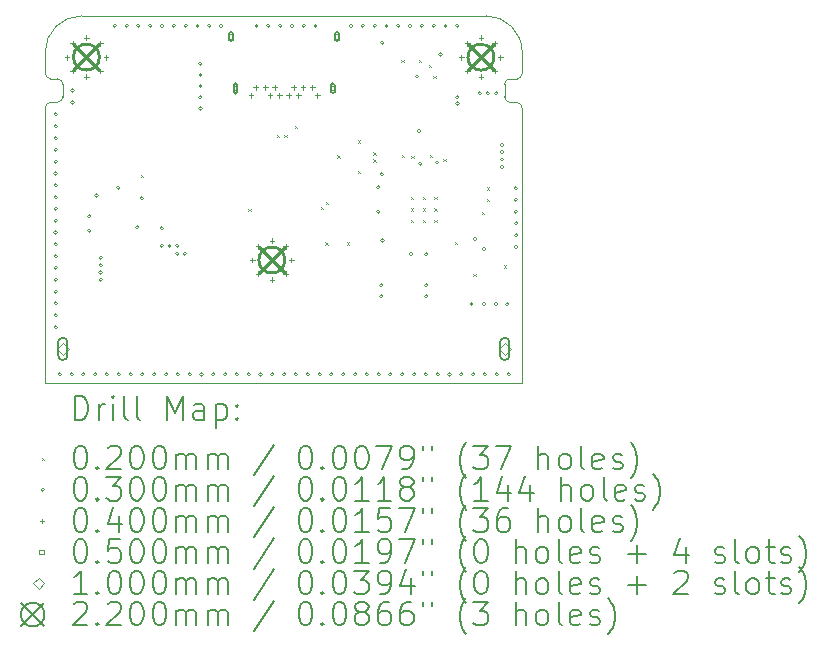
<source format=gbr>
%FSLAX45Y45*%
G04 Gerber Fmt 4.5, Leading zero omitted, Abs format (unit mm)*
G04 Created by KiCad (PCBNEW (6.0.4)) date 2022-07-06 17:36:55*
%MOMM*%
%LPD*%
G01*
G04 APERTURE LIST*
%TA.AperFunction,Profile*%
%ADD10C,0.100000*%
%TD*%
%ADD11C,0.200000*%
%ADD12C,0.020000*%
%ADD13C,0.030000*%
%ADD14C,0.040000*%
%ADD15C,0.050000*%
%ADD16C,0.100000*%
%ADD17C,0.220000*%
G04 APERTURE END LIST*
D10*
X11413412Y-6998000D02*
X11358588Y-6998000D01*
X15349998Y-7046588D02*
G75*
G03*
X15301088Y-6999000I-47608J-2D01*
G01*
X11310000Y-9370000D02*
X11310000Y-7048000D01*
X15200000Y-6951500D02*
G75*
G03*
X15247500Y-6999000I47500J0D01*
G01*
X15247588Y-6799088D02*
G75*
G03*
X15200088Y-6846588I2J-47502D01*
G01*
X11459918Y-6845588D02*
G75*
G03*
X11411000Y-6798000I-47608J-2D01*
G01*
X11309999Y-6748000D02*
G75*
G03*
X11354000Y-6798000I47841J-2260D01*
G01*
X11459912Y-6845588D02*
X11459912Y-6950412D01*
X11413412Y-6998000D02*
G75*
G03*
X11459912Y-6950412I-1102J47590D01*
G01*
X15350000Y-9370000D02*
X11310000Y-9370000D01*
X15247588Y-6799088D02*
X15303055Y-6799088D01*
X15350000Y-6753000D02*
X15350000Y-6575000D01*
X11354000Y-6798000D02*
X11411000Y-6798000D01*
X15301088Y-6999000D02*
X15247500Y-6999000D01*
X15349999Y-6575000D02*
G75*
G03*
X15040768Y-6264960I-309229J810D01*
G01*
X11620040Y-6264960D02*
G75*
G03*
X11310000Y-6575000I0J-310040D01*
G01*
X11310000Y-6748000D02*
X11310000Y-6575000D01*
X15303055Y-6799094D02*
G75*
G03*
X15350000Y-6753000I-875J47844D01*
G01*
X15200088Y-6846588D02*
X15200000Y-6951500D01*
X11358588Y-6998002D02*
G75*
G03*
X11310000Y-7048000I-998J-47638D01*
G01*
X11620040Y-6264960D02*
X15040768Y-6264960D01*
X15350000Y-7046588D02*
X15350000Y-9370000D01*
D11*
D12*
X12119250Y-7610000D02*
X12139250Y-7630000D01*
X12139250Y-7610000D02*
X12119250Y-7630000D01*
X13030000Y-7898000D02*
X13050000Y-7918000D01*
X13050000Y-7898000D02*
X13030000Y-7918000D01*
X13274500Y-7273057D02*
X13294500Y-7293057D01*
X13294500Y-7273057D02*
X13274500Y-7293057D01*
X13334500Y-7273057D02*
X13354500Y-7293057D01*
X13354500Y-7273057D02*
X13334500Y-7293057D01*
X13425000Y-7195000D02*
X13445000Y-7215000D01*
X13445000Y-7195000D02*
X13425000Y-7215000D01*
X13645787Y-7880213D02*
X13665787Y-7900213D01*
X13665787Y-7880213D02*
X13645787Y-7900213D01*
X13683000Y-8183000D02*
X13703000Y-8203000D01*
X13703000Y-8183000D02*
X13683000Y-8203000D01*
X13688213Y-7837787D02*
X13708213Y-7857787D01*
X13708213Y-7837787D02*
X13688213Y-7857787D01*
X13784000Y-7447000D02*
X13804000Y-7467000D01*
X13804000Y-7447000D02*
X13784000Y-7467000D01*
X13864000Y-8183000D02*
X13884000Y-8203000D01*
X13884000Y-8183000D02*
X13864000Y-8203000D01*
X13960000Y-7319000D02*
X13980000Y-7339000D01*
X13980000Y-7319000D02*
X13960000Y-7339000D01*
X13960000Y-7575000D02*
X13980000Y-7595000D01*
X13980000Y-7575000D02*
X13960000Y-7595000D01*
X14090321Y-7420270D02*
X14110321Y-7440270D01*
X14110321Y-7420270D02*
X14090321Y-7440270D01*
X14090321Y-7480270D02*
X14110321Y-7500270D01*
X14110321Y-7480270D02*
X14090321Y-7500270D01*
X14327000Y-6638000D02*
X14347000Y-6658000D01*
X14347000Y-6638000D02*
X14327000Y-6658000D01*
X14332000Y-7440000D02*
X14352000Y-7460000D01*
X14352000Y-7440000D02*
X14332000Y-7460000D01*
X14406500Y-7795000D02*
X14426500Y-7815000D01*
X14426500Y-7795000D02*
X14406500Y-7815000D01*
X14406500Y-7895000D02*
X14426500Y-7915000D01*
X14426500Y-7895000D02*
X14406500Y-7915000D01*
X14406500Y-7995000D02*
X14426500Y-8015000D01*
X14426500Y-7995000D02*
X14406500Y-8015000D01*
X14410000Y-7450000D02*
X14430000Y-7470000D01*
X14430000Y-7450000D02*
X14410000Y-7470000D01*
X14473000Y-6639000D02*
X14493000Y-6659000D01*
X14493000Y-6639000D02*
X14473000Y-6659000D01*
X14506500Y-7795000D02*
X14526500Y-7815000D01*
X14526500Y-7795000D02*
X14506500Y-7815000D01*
X14506500Y-7895000D02*
X14526500Y-7915000D01*
X14526500Y-7895000D02*
X14506500Y-7915000D01*
X14506500Y-7995000D02*
X14526500Y-8015000D01*
X14526500Y-7995000D02*
X14506500Y-8015000D01*
X14559000Y-6680000D02*
X14579000Y-6700000D01*
X14579000Y-6680000D02*
X14559000Y-6700000D01*
X14567000Y-7440000D02*
X14587000Y-7460000D01*
X14587000Y-7440000D02*
X14567000Y-7460000D01*
X14597000Y-6775000D02*
X14617000Y-6795000D01*
X14617000Y-6775000D02*
X14597000Y-6795000D01*
X14606500Y-7795000D02*
X14626500Y-7815000D01*
X14626500Y-7795000D02*
X14606500Y-7815000D01*
X14606500Y-7895000D02*
X14626500Y-7915000D01*
X14626500Y-7895000D02*
X14606500Y-7915000D01*
X14606500Y-7995000D02*
X14626500Y-8015000D01*
X14626500Y-7995000D02*
X14606500Y-8015000D01*
X14683000Y-7477000D02*
X14703000Y-7497000D01*
X14703000Y-7477000D02*
X14683000Y-7497000D01*
X14781000Y-8176000D02*
X14801000Y-8196000D01*
X14801000Y-8176000D02*
X14781000Y-8196000D01*
X14934500Y-8448500D02*
X14954500Y-8468500D01*
X14954500Y-8448500D02*
X14934500Y-8468500D01*
X15007000Y-7926000D02*
X15027000Y-7946000D01*
X15027000Y-7926000D02*
X15007000Y-7946000D01*
X15047500Y-7718000D02*
X15067500Y-7738000D01*
X15067500Y-7718000D02*
X15047500Y-7738000D01*
X15047500Y-7813000D02*
X15067500Y-7833000D01*
X15067500Y-7813000D02*
X15047500Y-7833000D01*
X15193000Y-8377000D02*
X15213000Y-8397000D01*
X15213000Y-8377000D02*
X15193000Y-8397000D01*
D13*
X11415000Y-7100000D02*
G75*
G03*
X11415000Y-7100000I-15000J0D01*
G01*
X11415000Y-7200000D02*
G75*
G03*
X11415000Y-7200000I-15000J0D01*
G01*
X11415000Y-7300000D02*
G75*
G03*
X11415000Y-7300000I-15000J0D01*
G01*
X11415000Y-7400000D02*
G75*
G03*
X11415000Y-7400000I-15000J0D01*
G01*
X11415000Y-7500000D02*
G75*
G03*
X11415000Y-7500000I-15000J0D01*
G01*
X11415000Y-7600000D02*
G75*
G03*
X11415000Y-7600000I-15000J0D01*
G01*
X11415000Y-7700000D02*
G75*
G03*
X11415000Y-7700000I-15000J0D01*
G01*
X11415000Y-7800000D02*
G75*
G03*
X11415000Y-7800000I-15000J0D01*
G01*
X11415000Y-7900000D02*
G75*
G03*
X11415000Y-7900000I-15000J0D01*
G01*
X11415000Y-8000000D02*
G75*
G03*
X11415000Y-8000000I-15000J0D01*
G01*
X11415000Y-8100000D02*
G75*
G03*
X11415000Y-8100000I-15000J0D01*
G01*
X11415000Y-8200000D02*
G75*
G03*
X11415000Y-8200000I-15000J0D01*
G01*
X11415000Y-8300000D02*
G75*
G03*
X11415000Y-8300000I-15000J0D01*
G01*
X11415000Y-8400000D02*
G75*
G03*
X11415000Y-8400000I-15000J0D01*
G01*
X11415000Y-8500000D02*
G75*
G03*
X11415000Y-8500000I-15000J0D01*
G01*
X11415000Y-8600000D02*
G75*
G03*
X11415000Y-8600000I-15000J0D01*
G01*
X11415000Y-8700000D02*
G75*
G03*
X11415000Y-8700000I-15000J0D01*
G01*
X11415000Y-8800000D02*
G75*
G03*
X11415000Y-8800000I-15000J0D01*
G01*
X11415000Y-8900000D02*
G75*
G03*
X11415000Y-8900000I-15000J0D01*
G01*
X11449000Y-9300000D02*
G75*
G03*
X11449000Y-9300000I-15000J0D01*
G01*
X11549000Y-9300000D02*
G75*
G03*
X11549000Y-9300000I-15000J0D01*
G01*
X11557000Y-6899000D02*
G75*
G03*
X11557000Y-6899000I-15000J0D01*
G01*
X11557000Y-7000000D02*
G75*
G03*
X11557000Y-7000000I-15000J0D01*
G01*
X11649000Y-9300000D02*
G75*
G03*
X11649000Y-9300000I-15000J0D01*
G01*
X11698000Y-8085000D02*
G75*
G03*
X11698000Y-8085000I-15000J0D01*
G01*
X11700000Y-7961000D02*
G75*
G03*
X11700000Y-7961000I-15000J0D01*
G01*
X11749000Y-9300000D02*
G75*
G03*
X11749000Y-9300000I-15000J0D01*
G01*
X11761000Y-7785000D02*
G75*
G03*
X11761000Y-7785000I-15000J0D01*
G01*
X11796000Y-8312000D02*
G75*
G03*
X11796000Y-8312000I-15000J0D01*
G01*
X11796000Y-8375000D02*
G75*
G03*
X11796000Y-8375000I-15000J0D01*
G01*
X11796000Y-8438000D02*
G75*
G03*
X11796000Y-8438000I-15000J0D01*
G01*
X11796000Y-8501000D02*
G75*
G03*
X11796000Y-8501000I-15000J0D01*
G01*
X11849000Y-9300000D02*
G75*
G03*
X11849000Y-9300000I-15000J0D01*
G01*
X11915000Y-6350000D02*
G75*
G03*
X11915000Y-6350000I-15000J0D01*
G01*
X11945000Y-7722500D02*
G75*
G03*
X11945000Y-7722500I-15000J0D01*
G01*
X11949000Y-9300000D02*
G75*
G03*
X11949000Y-9300000I-15000J0D01*
G01*
X12015000Y-6350000D02*
G75*
G03*
X12015000Y-6350000I-15000J0D01*
G01*
X12049000Y-9300000D02*
G75*
G03*
X12049000Y-9300000I-15000J0D01*
G01*
X12104000Y-8055000D02*
G75*
G03*
X12104000Y-8055000I-15000J0D01*
G01*
X12115000Y-6350000D02*
G75*
G03*
X12115000Y-6350000I-15000J0D01*
G01*
X12144000Y-7810000D02*
G75*
G03*
X12144000Y-7810000I-15000J0D01*
G01*
X12149000Y-9300000D02*
G75*
G03*
X12149000Y-9300000I-15000J0D01*
G01*
X12215000Y-6350000D02*
G75*
G03*
X12215000Y-6350000I-15000J0D01*
G01*
X12249000Y-9300000D02*
G75*
G03*
X12249000Y-9300000I-15000J0D01*
G01*
X12312500Y-8062500D02*
G75*
G03*
X12312500Y-8062500I-15000J0D01*
G01*
X12313000Y-8213000D02*
G75*
G03*
X12313000Y-8213000I-15000J0D01*
G01*
X12315000Y-6350000D02*
G75*
G03*
X12315000Y-6350000I-15000J0D01*
G01*
X12349000Y-9300000D02*
G75*
G03*
X12349000Y-9300000I-15000J0D01*
G01*
X12378500Y-8213000D02*
G75*
G03*
X12378500Y-8213000I-15000J0D01*
G01*
X12415000Y-6350000D02*
G75*
G03*
X12415000Y-6350000I-15000J0D01*
G01*
X12444000Y-8213000D02*
G75*
G03*
X12444000Y-8213000I-15000J0D01*
G01*
X12444000Y-8279000D02*
G75*
G03*
X12444000Y-8279000I-15000J0D01*
G01*
X12449000Y-9300000D02*
G75*
G03*
X12449000Y-9300000I-15000J0D01*
G01*
X12507000Y-8279000D02*
G75*
G03*
X12507000Y-8279000I-15000J0D01*
G01*
X12515000Y-6350000D02*
G75*
G03*
X12515000Y-6350000I-15000J0D01*
G01*
X12549000Y-9300000D02*
G75*
G03*
X12549000Y-9300000I-15000J0D01*
G01*
X12615000Y-6350000D02*
G75*
G03*
X12615000Y-6350000I-15000J0D01*
G01*
X12640000Y-6671000D02*
G75*
G03*
X12640000Y-6671000I-15000J0D01*
G01*
X12640000Y-6765500D02*
G75*
G03*
X12640000Y-6765500I-15000J0D01*
G01*
X12640000Y-6860000D02*
G75*
G03*
X12640000Y-6860000I-15000J0D01*
G01*
X12640000Y-6954500D02*
G75*
G03*
X12640000Y-6954500I-15000J0D01*
G01*
X12640000Y-7049000D02*
G75*
G03*
X12640000Y-7049000I-15000J0D01*
G01*
X12649000Y-9300000D02*
G75*
G03*
X12649000Y-9300000I-15000J0D01*
G01*
X12715000Y-6350000D02*
G75*
G03*
X12715000Y-6350000I-15000J0D01*
G01*
X12749000Y-9300000D02*
G75*
G03*
X12749000Y-9300000I-15000J0D01*
G01*
X12815000Y-6350000D02*
G75*
G03*
X12815000Y-6350000I-15000J0D01*
G01*
X12849000Y-9300000D02*
G75*
G03*
X12849000Y-9300000I-15000J0D01*
G01*
X12949000Y-9300000D02*
G75*
G03*
X12949000Y-9300000I-15000J0D01*
G01*
X13049000Y-9300000D02*
G75*
G03*
X13049000Y-9300000I-15000J0D01*
G01*
X13115000Y-6350000D02*
G75*
G03*
X13115000Y-6350000I-15000J0D01*
G01*
X13149000Y-9300000D02*
G75*
G03*
X13149000Y-9300000I-15000J0D01*
G01*
X13215000Y-6350000D02*
G75*
G03*
X13215000Y-6350000I-15000J0D01*
G01*
X13249000Y-9300000D02*
G75*
G03*
X13249000Y-9300000I-15000J0D01*
G01*
X13315000Y-6350000D02*
G75*
G03*
X13315000Y-6350000I-15000J0D01*
G01*
X13349000Y-9300000D02*
G75*
G03*
X13349000Y-9300000I-15000J0D01*
G01*
X13415000Y-6350000D02*
G75*
G03*
X13415000Y-6350000I-15000J0D01*
G01*
X13449000Y-9300000D02*
G75*
G03*
X13449000Y-9300000I-15000J0D01*
G01*
X13515000Y-6350000D02*
G75*
G03*
X13515000Y-6350000I-15000J0D01*
G01*
X13549000Y-9300000D02*
G75*
G03*
X13549000Y-9300000I-15000J0D01*
G01*
X13615000Y-6350000D02*
G75*
G03*
X13615000Y-6350000I-15000J0D01*
G01*
X13649000Y-9300000D02*
G75*
G03*
X13649000Y-9300000I-15000J0D01*
G01*
X13749000Y-9300000D02*
G75*
G03*
X13749000Y-9300000I-15000J0D01*
G01*
X13849000Y-9300000D02*
G75*
G03*
X13849000Y-9300000I-15000J0D01*
G01*
X13915000Y-6350000D02*
G75*
G03*
X13915000Y-6350000I-15000J0D01*
G01*
X13949000Y-9300000D02*
G75*
G03*
X13949000Y-9300000I-15000J0D01*
G01*
X14015000Y-6350000D02*
G75*
G03*
X14015000Y-6350000I-15000J0D01*
G01*
X14049000Y-9300000D02*
G75*
G03*
X14049000Y-9300000I-15000J0D01*
G01*
X14115000Y-6350000D02*
G75*
G03*
X14115000Y-6350000I-15000J0D01*
G01*
X14145000Y-7716000D02*
G75*
G03*
X14145000Y-7716000I-15000J0D01*
G01*
X14145500Y-7925000D02*
G75*
G03*
X14145500Y-7925000I-15000J0D01*
G01*
X14149000Y-9300000D02*
G75*
G03*
X14149000Y-9300000I-15000J0D01*
G01*
X14171000Y-8546000D02*
G75*
G03*
X14171000Y-8546000I-15000J0D01*
G01*
X14171000Y-8638000D02*
G75*
G03*
X14171000Y-8638000I-15000J0D01*
G01*
X14175000Y-7607000D02*
G75*
G03*
X14175000Y-7607000I-15000J0D01*
G01*
X14178000Y-6493000D02*
G75*
G03*
X14178000Y-6493000I-15000J0D01*
G01*
X14181000Y-8168000D02*
G75*
G03*
X14181000Y-8168000I-15000J0D01*
G01*
X14215000Y-6350000D02*
G75*
G03*
X14215000Y-6350000I-15000J0D01*
G01*
X14249000Y-9300000D02*
G75*
G03*
X14249000Y-9300000I-15000J0D01*
G01*
X14315000Y-6350000D02*
G75*
G03*
X14315000Y-6350000I-15000J0D01*
G01*
X14349000Y-9300000D02*
G75*
G03*
X14349000Y-9300000I-15000J0D01*
G01*
X14415000Y-6350000D02*
G75*
G03*
X14415000Y-6350000I-15000J0D01*
G01*
X14425000Y-8282000D02*
G75*
G03*
X14425000Y-8282000I-15000J0D01*
G01*
X14449000Y-9300000D02*
G75*
G03*
X14449000Y-9300000I-15000J0D01*
G01*
X14475000Y-6779000D02*
G75*
G03*
X14475000Y-6779000I-15000J0D01*
G01*
X14490000Y-7240000D02*
G75*
G03*
X14490000Y-7240000I-15000J0D01*
G01*
X14501000Y-7517000D02*
G75*
G03*
X14501000Y-7517000I-15000J0D01*
G01*
X14515000Y-6350000D02*
G75*
G03*
X14515000Y-6350000I-15000J0D01*
G01*
X14549000Y-9300000D02*
G75*
G03*
X14549000Y-9300000I-15000J0D01*
G01*
X14551000Y-8284000D02*
G75*
G03*
X14551000Y-8284000I-15000J0D01*
G01*
X14552000Y-8546000D02*
G75*
G03*
X14552000Y-8546000I-15000J0D01*
G01*
X14552000Y-8638000D02*
G75*
G03*
X14552000Y-8638000I-15000J0D01*
G01*
X14615000Y-6350000D02*
G75*
G03*
X14615000Y-6350000I-15000J0D01*
G01*
X14643000Y-7508000D02*
G75*
G03*
X14643000Y-7508000I-15000J0D01*
G01*
X14649000Y-9300000D02*
G75*
G03*
X14649000Y-9300000I-15000J0D01*
G01*
X14673000Y-6592000D02*
G75*
G03*
X14673000Y-6592000I-15000J0D01*
G01*
X14715000Y-6350000D02*
G75*
G03*
X14715000Y-6350000I-15000J0D01*
G01*
X14749000Y-9300000D02*
G75*
G03*
X14749000Y-9300000I-15000J0D01*
G01*
X14815000Y-6350000D02*
G75*
G03*
X14815000Y-6350000I-15000J0D01*
G01*
X14816000Y-6955000D02*
G75*
G03*
X14816000Y-6955000I-15000J0D01*
G01*
X14816000Y-7006000D02*
G75*
G03*
X14816000Y-7006000I-15000J0D01*
G01*
X14849000Y-9300000D02*
G75*
G03*
X14849000Y-9300000I-15000J0D01*
G01*
X14933500Y-8705000D02*
G75*
G03*
X14933500Y-8705000I-15000J0D01*
G01*
X14949000Y-9300000D02*
G75*
G03*
X14949000Y-9300000I-15000J0D01*
G01*
X14964000Y-8155000D02*
G75*
G03*
X14964000Y-8155000I-15000J0D01*
G01*
X15006000Y-6921000D02*
G75*
G03*
X15006000Y-6921000I-15000J0D01*
G01*
X15040000Y-8240000D02*
G75*
G03*
X15040000Y-8240000I-15000J0D01*
G01*
X15040500Y-8705000D02*
G75*
G03*
X15040500Y-8705000I-15000J0D01*
G01*
X15049000Y-9300000D02*
G75*
G03*
X15049000Y-9300000I-15000J0D01*
G01*
X15074500Y-6921000D02*
G75*
G03*
X15074500Y-6921000I-15000J0D01*
G01*
X15140500Y-8705000D02*
G75*
G03*
X15140500Y-8705000I-15000J0D01*
G01*
X15143000Y-6921000D02*
G75*
G03*
X15143000Y-6921000I-15000J0D01*
G01*
X15149000Y-9300000D02*
G75*
G03*
X15149000Y-9300000I-15000J0D01*
G01*
X15193500Y-7357000D02*
G75*
G03*
X15193500Y-7357000I-15000J0D01*
G01*
X15193500Y-7420000D02*
G75*
G03*
X15193500Y-7420000I-15000J0D01*
G01*
X15193500Y-7483000D02*
G75*
G03*
X15193500Y-7483000I-15000J0D01*
G01*
X15193500Y-7546000D02*
G75*
G03*
X15193500Y-7546000I-15000J0D01*
G01*
X15239000Y-8706000D02*
G75*
G03*
X15239000Y-8706000I-15000J0D01*
G01*
X15249000Y-9300000D02*
G75*
G03*
X15249000Y-9300000I-15000J0D01*
G01*
X15310000Y-7727000D02*
G75*
G03*
X15310000Y-7727000I-15000J0D01*
G01*
X15310000Y-7822000D02*
G75*
G03*
X15310000Y-7822000I-15000J0D01*
G01*
X15310000Y-7922000D02*
G75*
G03*
X15310000Y-7922000I-15000J0D01*
G01*
X15312000Y-8224000D02*
G75*
G03*
X15312000Y-8224000I-15000J0D01*
G01*
X15313000Y-8021000D02*
G75*
G03*
X15313000Y-8021000I-15000J0D01*
G01*
X15313000Y-8124000D02*
G75*
G03*
X15313000Y-8124000I-15000J0D01*
G01*
D14*
X11495000Y-6595000D02*
X11495000Y-6635000D01*
X11475000Y-6615000D02*
X11515000Y-6615000D01*
X11543327Y-6478327D02*
X11543327Y-6518327D01*
X11523327Y-6498327D02*
X11563327Y-6498327D01*
X11543327Y-6711673D02*
X11543327Y-6751673D01*
X11523327Y-6731673D02*
X11563327Y-6731673D01*
X11660000Y-6430000D02*
X11660000Y-6470000D01*
X11640000Y-6450000D02*
X11680000Y-6450000D01*
X11660000Y-6760000D02*
X11660000Y-6800000D01*
X11640000Y-6780000D02*
X11680000Y-6780000D01*
X11776673Y-6478327D02*
X11776673Y-6518327D01*
X11756673Y-6498327D02*
X11796673Y-6498327D01*
X11776673Y-6711673D02*
X11776673Y-6751673D01*
X11756673Y-6731673D02*
X11796673Y-6731673D01*
X11825000Y-6595000D02*
X11825000Y-6635000D01*
X11805000Y-6615000D02*
X11845000Y-6615000D01*
X13053500Y-6919500D02*
X13053500Y-6959500D01*
X13033500Y-6939500D02*
X13073500Y-6939500D01*
X13065000Y-8313000D02*
X13065000Y-8353000D01*
X13045000Y-8333000D02*
X13085000Y-8333000D01*
X13093500Y-6849500D02*
X13093500Y-6889500D01*
X13073500Y-6869500D02*
X13113500Y-6869500D01*
X13113327Y-8196327D02*
X13113327Y-8236327D01*
X13093327Y-8216327D02*
X13133327Y-8216327D01*
X13113327Y-8429673D02*
X13113327Y-8469673D01*
X13093327Y-8449673D02*
X13133327Y-8449673D01*
X13173500Y-6849500D02*
X13173500Y-6889500D01*
X13153500Y-6869500D02*
X13193500Y-6869500D01*
X13213500Y-6919500D02*
X13213500Y-6959500D01*
X13193500Y-6939500D02*
X13233500Y-6939500D01*
X13230000Y-8148000D02*
X13230000Y-8188000D01*
X13210000Y-8168000D02*
X13250000Y-8168000D01*
X13230000Y-8478000D02*
X13230000Y-8518000D01*
X13210000Y-8498000D02*
X13250000Y-8498000D01*
X13253500Y-6849500D02*
X13253500Y-6889500D01*
X13233500Y-6869500D02*
X13273500Y-6869500D01*
X13293500Y-6919500D02*
X13293500Y-6959500D01*
X13273500Y-6939500D02*
X13313500Y-6939500D01*
X13346673Y-8196327D02*
X13346673Y-8236327D01*
X13326673Y-8216327D02*
X13366673Y-8216327D01*
X13346673Y-8429673D02*
X13346673Y-8469673D01*
X13326673Y-8449673D02*
X13366673Y-8449673D01*
X13373500Y-6919500D02*
X13373500Y-6959500D01*
X13353500Y-6939500D02*
X13393500Y-6939500D01*
X13395000Y-8313000D02*
X13395000Y-8353000D01*
X13375000Y-8333000D02*
X13415000Y-8333000D01*
X13413500Y-6849500D02*
X13413500Y-6889500D01*
X13393500Y-6869500D02*
X13433500Y-6869500D01*
X13453500Y-6919500D02*
X13453500Y-6959500D01*
X13433500Y-6939500D02*
X13473500Y-6939500D01*
X13493500Y-6849500D02*
X13493500Y-6889500D01*
X13473500Y-6869500D02*
X13513500Y-6869500D01*
X13573500Y-6849500D02*
X13573500Y-6889500D01*
X13553500Y-6869500D02*
X13593500Y-6869500D01*
X13613500Y-6919500D02*
X13613500Y-6959500D01*
X13593500Y-6939500D02*
X13633500Y-6939500D01*
X14835000Y-6595000D02*
X14835000Y-6635000D01*
X14815000Y-6615000D02*
X14855000Y-6615000D01*
X14883327Y-6478327D02*
X14883327Y-6518327D01*
X14863327Y-6498327D02*
X14903327Y-6498327D01*
X14883327Y-6711673D02*
X14883327Y-6751673D01*
X14863327Y-6731673D02*
X14903327Y-6731673D01*
X15000000Y-6430000D02*
X15000000Y-6470000D01*
X14980000Y-6450000D02*
X15020000Y-6450000D01*
X15000000Y-6760000D02*
X15000000Y-6800000D01*
X14980000Y-6780000D02*
X15020000Y-6780000D01*
X15116673Y-6478327D02*
X15116673Y-6518327D01*
X15096673Y-6498327D02*
X15136673Y-6498327D01*
X15116673Y-6711673D02*
X15116673Y-6751673D01*
X15096673Y-6731673D02*
X15136673Y-6731673D01*
X15165000Y-6595000D02*
X15165000Y-6635000D01*
X15145000Y-6615000D02*
X15185000Y-6615000D01*
D15*
X12902178Y-6458178D02*
X12902178Y-6422822D01*
X12866822Y-6422822D01*
X12866822Y-6458178D01*
X12902178Y-6458178D01*
D11*
X12899500Y-6470500D02*
X12899500Y-6410500D01*
X12869500Y-6470500D02*
X12869500Y-6410500D01*
X12899500Y-6410500D02*
G75*
G03*
X12869500Y-6410500I-15000J0D01*
G01*
X12869500Y-6470500D02*
G75*
G03*
X12899500Y-6470500I15000J0D01*
G01*
D15*
X12938178Y-6897178D02*
X12938178Y-6861822D01*
X12902822Y-6861822D01*
X12902822Y-6897178D01*
X12938178Y-6897178D01*
D11*
X12935500Y-6909500D02*
X12935500Y-6849500D01*
X12905500Y-6909500D02*
X12905500Y-6849500D01*
X12935500Y-6849500D02*
G75*
G03*
X12905500Y-6849500I-15000J0D01*
G01*
X12905500Y-6909500D02*
G75*
G03*
X12935500Y-6909500I15000J0D01*
G01*
D15*
X13764178Y-6897178D02*
X13764178Y-6861822D01*
X13728822Y-6861822D01*
X13728822Y-6897178D01*
X13764178Y-6897178D01*
D11*
X13761500Y-6909500D02*
X13761500Y-6849500D01*
X13731500Y-6909500D02*
X13731500Y-6849500D01*
X13761500Y-6849500D02*
G75*
G03*
X13731500Y-6849500I-15000J0D01*
G01*
X13731500Y-6909500D02*
G75*
G03*
X13761500Y-6909500I15000J0D01*
G01*
D15*
X13800178Y-6458178D02*
X13800178Y-6422822D01*
X13764822Y-6422822D01*
X13764822Y-6458178D01*
X13800178Y-6458178D01*
D11*
X13797500Y-6470500D02*
X13797500Y-6410500D01*
X13767500Y-6470500D02*
X13767500Y-6410500D01*
X13797500Y-6410500D02*
G75*
G03*
X13767500Y-6410500I-15000J0D01*
G01*
X13767500Y-6470500D02*
G75*
G03*
X13797500Y-6470500I15000J0D01*
G01*
D16*
X11459420Y-9135140D02*
X11509420Y-9085140D01*
X11459420Y-9035140D01*
X11409420Y-9085140D01*
X11459420Y-9135140D01*
D11*
X11419420Y-9031140D02*
X11419420Y-9139140D01*
X11499420Y-9031140D02*
X11499420Y-9139140D01*
X11419420Y-9139140D02*
G75*
G03*
X11499420Y-9139140I40000J0D01*
G01*
X11499420Y-9031140D02*
G75*
G03*
X11419420Y-9031140I-40000J0D01*
G01*
D16*
X15201420Y-9135140D02*
X15251420Y-9085140D01*
X15201420Y-9035140D01*
X15151420Y-9085140D01*
X15201420Y-9135140D01*
D11*
X15161420Y-9031140D02*
X15161420Y-9139140D01*
X15241420Y-9031140D02*
X15241420Y-9139140D01*
X15161420Y-9139140D02*
G75*
G03*
X15241420Y-9139140I40000J0D01*
G01*
X15241420Y-9031140D02*
G75*
G03*
X15161420Y-9031140I-40000J0D01*
G01*
D17*
X11550000Y-6505000D02*
X11770000Y-6725000D01*
X11770000Y-6505000D02*
X11550000Y-6725000D01*
X11770000Y-6615000D02*
G75*
G03*
X11770000Y-6615000I-110000J0D01*
G01*
X13120000Y-8223000D02*
X13340000Y-8443000D01*
X13340000Y-8223000D02*
X13120000Y-8443000D01*
X13340000Y-8333000D02*
G75*
G03*
X13340000Y-8333000I-110000J0D01*
G01*
X14890000Y-6505000D02*
X15110000Y-6725000D01*
X15110000Y-6505000D02*
X14890000Y-6725000D01*
X15110000Y-6615000D02*
G75*
G03*
X15110000Y-6615000I-110000J0D01*
G01*
D11*
X11562560Y-9685476D02*
X11562560Y-9485476D01*
X11610179Y-9485476D01*
X11638751Y-9495000D01*
X11657799Y-9514048D01*
X11667322Y-9533095D01*
X11676846Y-9571190D01*
X11676846Y-9599762D01*
X11667322Y-9637857D01*
X11657799Y-9656905D01*
X11638751Y-9675952D01*
X11610179Y-9685476D01*
X11562560Y-9685476D01*
X11762560Y-9685476D02*
X11762560Y-9552143D01*
X11762560Y-9590238D02*
X11772084Y-9571190D01*
X11781608Y-9561667D01*
X11800656Y-9552143D01*
X11819703Y-9552143D01*
X11886370Y-9685476D02*
X11886370Y-9552143D01*
X11886370Y-9485476D02*
X11876846Y-9495000D01*
X11886370Y-9504524D01*
X11895894Y-9495000D01*
X11886370Y-9485476D01*
X11886370Y-9504524D01*
X12010179Y-9685476D02*
X11991132Y-9675952D01*
X11981608Y-9656905D01*
X11981608Y-9485476D01*
X12114941Y-9685476D02*
X12095894Y-9675952D01*
X12086370Y-9656905D01*
X12086370Y-9485476D01*
X12343513Y-9685476D02*
X12343513Y-9485476D01*
X12410179Y-9628333D01*
X12476846Y-9485476D01*
X12476846Y-9685476D01*
X12657799Y-9685476D02*
X12657799Y-9580714D01*
X12648275Y-9561667D01*
X12629227Y-9552143D01*
X12591132Y-9552143D01*
X12572084Y-9561667D01*
X12657799Y-9675952D02*
X12638751Y-9685476D01*
X12591132Y-9685476D01*
X12572084Y-9675952D01*
X12562560Y-9656905D01*
X12562560Y-9637857D01*
X12572084Y-9618810D01*
X12591132Y-9609286D01*
X12638751Y-9609286D01*
X12657799Y-9599762D01*
X12753037Y-9552143D02*
X12753037Y-9752143D01*
X12753037Y-9561667D02*
X12772084Y-9552143D01*
X12810179Y-9552143D01*
X12829227Y-9561667D01*
X12838751Y-9571190D01*
X12848275Y-9590238D01*
X12848275Y-9647381D01*
X12838751Y-9666429D01*
X12829227Y-9675952D01*
X12810179Y-9685476D01*
X12772084Y-9685476D01*
X12753037Y-9675952D01*
X12933989Y-9666429D02*
X12943513Y-9675952D01*
X12933989Y-9685476D01*
X12924465Y-9675952D01*
X12933989Y-9666429D01*
X12933989Y-9685476D01*
X12933989Y-9561667D02*
X12943513Y-9571190D01*
X12933989Y-9580714D01*
X12924465Y-9571190D01*
X12933989Y-9561667D01*
X12933989Y-9580714D01*
D12*
X11284941Y-10005000D02*
X11304941Y-10025000D01*
X11304941Y-10005000D02*
X11284941Y-10025000D01*
D11*
X11600656Y-9905476D02*
X11619703Y-9905476D01*
X11638751Y-9915000D01*
X11648275Y-9924524D01*
X11657799Y-9943571D01*
X11667322Y-9981667D01*
X11667322Y-10029286D01*
X11657799Y-10067381D01*
X11648275Y-10086429D01*
X11638751Y-10095952D01*
X11619703Y-10105476D01*
X11600656Y-10105476D01*
X11581608Y-10095952D01*
X11572084Y-10086429D01*
X11562560Y-10067381D01*
X11553037Y-10029286D01*
X11553037Y-9981667D01*
X11562560Y-9943571D01*
X11572084Y-9924524D01*
X11581608Y-9915000D01*
X11600656Y-9905476D01*
X11753037Y-10086429D02*
X11762560Y-10095952D01*
X11753037Y-10105476D01*
X11743513Y-10095952D01*
X11753037Y-10086429D01*
X11753037Y-10105476D01*
X11838751Y-9924524D02*
X11848275Y-9915000D01*
X11867322Y-9905476D01*
X11914941Y-9905476D01*
X11933989Y-9915000D01*
X11943513Y-9924524D01*
X11953037Y-9943571D01*
X11953037Y-9962619D01*
X11943513Y-9991190D01*
X11829227Y-10105476D01*
X11953037Y-10105476D01*
X12076846Y-9905476D02*
X12095894Y-9905476D01*
X12114941Y-9915000D01*
X12124465Y-9924524D01*
X12133989Y-9943571D01*
X12143513Y-9981667D01*
X12143513Y-10029286D01*
X12133989Y-10067381D01*
X12124465Y-10086429D01*
X12114941Y-10095952D01*
X12095894Y-10105476D01*
X12076846Y-10105476D01*
X12057799Y-10095952D01*
X12048275Y-10086429D01*
X12038751Y-10067381D01*
X12029227Y-10029286D01*
X12029227Y-9981667D01*
X12038751Y-9943571D01*
X12048275Y-9924524D01*
X12057799Y-9915000D01*
X12076846Y-9905476D01*
X12267322Y-9905476D02*
X12286370Y-9905476D01*
X12305418Y-9915000D01*
X12314941Y-9924524D01*
X12324465Y-9943571D01*
X12333989Y-9981667D01*
X12333989Y-10029286D01*
X12324465Y-10067381D01*
X12314941Y-10086429D01*
X12305418Y-10095952D01*
X12286370Y-10105476D01*
X12267322Y-10105476D01*
X12248275Y-10095952D01*
X12238751Y-10086429D01*
X12229227Y-10067381D01*
X12219703Y-10029286D01*
X12219703Y-9981667D01*
X12229227Y-9943571D01*
X12238751Y-9924524D01*
X12248275Y-9915000D01*
X12267322Y-9905476D01*
X12419703Y-10105476D02*
X12419703Y-9972143D01*
X12419703Y-9991190D02*
X12429227Y-9981667D01*
X12448275Y-9972143D01*
X12476846Y-9972143D01*
X12495894Y-9981667D01*
X12505418Y-10000714D01*
X12505418Y-10105476D01*
X12505418Y-10000714D02*
X12514941Y-9981667D01*
X12533989Y-9972143D01*
X12562560Y-9972143D01*
X12581608Y-9981667D01*
X12591132Y-10000714D01*
X12591132Y-10105476D01*
X12686370Y-10105476D02*
X12686370Y-9972143D01*
X12686370Y-9991190D02*
X12695894Y-9981667D01*
X12714941Y-9972143D01*
X12743513Y-9972143D01*
X12762560Y-9981667D01*
X12772084Y-10000714D01*
X12772084Y-10105476D01*
X12772084Y-10000714D02*
X12781608Y-9981667D01*
X12800656Y-9972143D01*
X12829227Y-9972143D01*
X12848275Y-9981667D01*
X12857799Y-10000714D01*
X12857799Y-10105476D01*
X13248275Y-9895952D02*
X13076846Y-10153095D01*
X13505418Y-9905476D02*
X13524465Y-9905476D01*
X13543513Y-9915000D01*
X13553037Y-9924524D01*
X13562560Y-9943571D01*
X13572084Y-9981667D01*
X13572084Y-10029286D01*
X13562560Y-10067381D01*
X13553037Y-10086429D01*
X13543513Y-10095952D01*
X13524465Y-10105476D01*
X13505418Y-10105476D01*
X13486370Y-10095952D01*
X13476846Y-10086429D01*
X13467322Y-10067381D01*
X13457799Y-10029286D01*
X13457799Y-9981667D01*
X13467322Y-9943571D01*
X13476846Y-9924524D01*
X13486370Y-9915000D01*
X13505418Y-9905476D01*
X13657799Y-10086429D02*
X13667322Y-10095952D01*
X13657799Y-10105476D01*
X13648275Y-10095952D01*
X13657799Y-10086429D01*
X13657799Y-10105476D01*
X13791132Y-9905476D02*
X13810179Y-9905476D01*
X13829227Y-9915000D01*
X13838751Y-9924524D01*
X13848275Y-9943571D01*
X13857799Y-9981667D01*
X13857799Y-10029286D01*
X13848275Y-10067381D01*
X13838751Y-10086429D01*
X13829227Y-10095952D01*
X13810179Y-10105476D01*
X13791132Y-10105476D01*
X13772084Y-10095952D01*
X13762560Y-10086429D01*
X13753037Y-10067381D01*
X13743513Y-10029286D01*
X13743513Y-9981667D01*
X13753037Y-9943571D01*
X13762560Y-9924524D01*
X13772084Y-9915000D01*
X13791132Y-9905476D01*
X13981608Y-9905476D02*
X14000656Y-9905476D01*
X14019703Y-9915000D01*
X14029227Y-9924524D01*
X14038751Y-9943571D01*
X14048275Y-9981667D01*
X14048275Y-10029286D01*
X14038751Y-10067381D01*
X14029227Y-10086429D01*
X14019703Y-10095952D01*
X14000656Y-10105476D01*
X13981608Y-10105476D01*
X13962560Y-10095952D01*
X13953037Y-10086429D01*
X13943513Y-10067381D01*
X13933989Y-10029286D01*
X13933989Y-9981667D01*
X13943513Y-9943571D01*
X13953037Y-9924524D01*
X13962560Y-9915000D01*
X13981608Y-9905476D01*
X14114941Y-9905476D02*
X14248275Y-9905476D01*
X14162560Y-10105476D01*
X14333989Y-10105476D02*
X14372084Y-10105476D01*
X14391132Y-10095952D01*
X14400656Y-10086429D01*
X14419703Y-10057857D01*
X14429227Y-10019762D01*
X14429227Y-9943571D01*
X14419703Y-9924524D01*
X14410179Y-9915000D01*
X14391132Y-9905476D01*
X14353037Y-9905476D01*
X14333989Y-9915000D01*
X14324465Y-9924524D01*
X14314941Y-9943571D01*
X14314941Y-9991190D01*
X14324465Y-10010238D01*
X14333989Y-10019762D01*
X14353037Y-10029286D01*
X14391132Y-10029286D01*
X14410179Y-10019762D01*
X14419703Y-10010238D01*
X14429227Y-9991190D01*
X14505418Y-9905476D02*
X14505418Y-9943571D01*
X14581608Y-9905476D02*
X14581608Y-9943571D01*
X14876846Y-10181667D02*
X14867322Y-10172143D01*
X14848275Y-10143571D01*
X14838751Y-10124524D01*
X14829227Y-10095952D01*
X14819703Y-10048333D01*
X14819703Y-10010238D01*
X14829227Y-9962619D01*
X14838751Y-9934048D01*
X14848275Y-9915000D01*
X14867322Y-9886429D01*
X14876846Y-9876905D01*
X14933989Y-9905476D02*
X15057799Y-9905476D01*
X14991132Y-9981667D01*
X15019703Y-9981667D01*
X15038751Y-9991190D01*
X15048275Y-10000714D01*
X15057799Y-10019762D01*
X15057799Y-10067381D01*
X15048275Y-10086429D01*
X15038751Y-10095952D01*
X15019703Y-10105476D01*
X14962560Y-10105476D01*
X14943513Y-10095952D01*
X14933989Y-10086429D01*
X15124465Y-9905476D02*
X15257799Y-9905476D01*
X15172084Y-10105476D01*
X15486370Y-10105476D02*
X15486370Y-9905476D01*
X15572084Y-10105476D02*
X15572084Y-10000714D01*
X15562560Y-9981667D01*
X15543513Y-9972143D01*
X15514941Y-9972143D01*
X15495894Y-9981667D01*
X15486370Y-9991190D01*
X15695894Y-10105476D02*
X15676846Y-10095952D01*
X15667322Y-10086429D01*
X15657799Y-10067381D01*
X15657799Y-10010238D01*
X15667322Y-9991190D01*
X15676846Y-9981667D01*
X15695894Y-9972143D01*
X15724465Y-9972143D01*
X15743513Y-9981667D01*
X15753037Y-9991190D01*
X15762560Y-10010238D01*
X15762560Y-10067381D01*
X15753037Y-10086429D01*
X15743513Y-10095952D01*
X15724465Y-10105476D01*
X15695894Y-10105476D01*
X15876846Y-10105476D02*
X15857799Y-10095952D01*
X15848275Y-10076905D01*
X15848275Y-9905476D01*
X16029227Y-10095952D02*
X16010179Y-10105476D01*
X15972084Y-10105476D01*
X15953037Y-10095952D01*
X15943513Y-10076905D01*
X15943513Y-10000714D01*
X15953037Y-9981667D01*
X15972084Y-9972143D01*
X16010179Y-9972143D01*
X16029227Y-9981667D01*
X16038751Y-10000714D01*
X16038751Y-10019762D01*
X15943513Y-10038810D01*
X16114941Y-10095952D02*
X16133989Y-10105476D01*
X16172084Y-10105476D01*
X16191132Y-10095952D01*
X16200656Y-10076905D01*
X16200656Y-10067381D01*
X16191132Y-10048333D01*
X16172084Y-10038810D01*
X16143513Y-10038810D01*
X16124465Y-10029286D01*
X16114941Y-10010238D01*
X16114941Y-10000714D01*
X16124465Y-9981667D01*
X16143513Y-9972143D01*
X16172084Y-9972143D01*
X16191132Y-9981667D01*
X16267322Y-10181667D02*
X16276846Y-10172143D01*
X16295894Y-10143571D01*
X16305418Y-10124524D01*
X16314941Y-10095952D01*
X16324465Y-10048333D01*
X16324465Y-10010238D01*
X16314941Y-9962619D01*
X16305418Y-9934048D01*
X16295894Y-9915000D01*
X16276846Y-9886429D01*
X16267322Y-9876905D01*
D13*
X11304941Y-10279000D02*
G75*
G03*
X11304941Y-10279000I-15000J0D01*
G01*
D11*
X11600656Y-10169476D02*
X11619703Y-10169476D01*
X11638751Y-10179000D01*
X11648275Y-10188524D01*
X11657799Y-10207571D01*
X11667322Y-10245667D01*
X11667322Y-10293286D01*
X11657799Y-10331381D01*
X11648275Y-10350429D01*
X11638751Y-10359952D01*
X11619703Y-10369476D01*
X11600656Y-10369476D01*
X11581608Y-10359952D01*
X11572084Y-10350429D01*
X11562560Y-10331381D01*
X11553037Y-10293286D01*
X11553037Y-10245667D01*
X11562560Y-10207571D01*
X11572084Y-10188524D01*
X11581608Y-10179000D01*
X11600656Y-10169476D01*
X11753037Y-10350429D02*
X11762560Y-10359952D01*
X11753037Y-10369476D01*
X11743513Y-10359952D01*
X11753037Y-10350429D01*
X11753037Y-10369476D01*
X11829227Y-10169476D02*
X11953037Y-10169476D01*
X11886370Y-10245667D01*
X11914941Y-10245667D01*
X11933989Y-10255190D01*
X11943513Y-10264714D01*
X11953037Y-10283762D01*
X11953037Y-10331381D01*
X11943513Y-10350429D01*
X11933989Y-10359952D01*
X11914941Y-10369476D01*
X11857799Y-10369476D01*
X11838751Y-10359952D01*
X11829227Y-10350429D01*
X12076846Y-10169476D02*
X12095894Y-10169476D01*
X12114941Y-10179000D01*
X12124465Y-10188524D01*
X12133989Y-10207571D01*
X12143513Y-10245667D01*
X12143513Y-10293286D01*
X12133989Y-10331381D01*
X12124465Y-10350429D01*
X12114941Y-10359952D01*
X12095894Y-10369476D01*
X12076846Y-10369476D01*
X12057799Y-10359952D01*
X12048275Y-10350429D01*
X12038751Y-10331381D01*
X12029227Y-10293286D01*
X12029227Y-10245667D01*
X12038751Y-10207571D01*
X12048275Y-10188524D01*
X12057799Y-10179000D01*
X12076846Y-10169476D01*
X12267322Y-10169476D02*
X12286370Y-10169476D01*
X12305418Y-10179000D01*
X12314941Y-10188524D01*
X12324465Y-10207571D01*
X12333989Y-10245667D01*
X12333989Y-10293286D01*
X12324465Y-10331381D01*
X12314941Y-10350429D01*
X12305418Y-10359952D01*
X12286370Y-10369476D01*
X12267322Y-10369476D01*
X12248275Y-10359952D01*
X12238751Y-10350429D01*
X12229227Y-10331381D01*
X12219703Y-10293286D01*
X12219703Y-10245667D01*
X12229227Y-10207571D01*
X12238751Y-10188524D01*
X12248275Y-10179000D01*
X12267322Y-10169476D01*
X12419703Y-10369476D02*
X12419703Y-10236143D01*
X12419703Y-10255190D02*
X12429227Y-10245667D01*
X12448275Y-10236143D01*
X12476846Y-10236143D01*
X12495894Y-10245667D01*
X12505418Y-10264714D01*
X12505418Y-10369476D01*
X12505418Y-10264714D02*
X12514941Y-10245667D01*
X12533989Y-10236143D01*
X12562560Y-10236143D01*
X12581608Y-10245667D01*
X12591132Y-10264714D01*
X12591132Y-10369476D01*
X12686370Y-10369476D02*
X12686370Y-10236143D01*
X12686370Y-10255190D02*
X12695894Y-10245667D01*
X12714941Y-10236143D01*
X12743513Y-10236143D01*
X12762560Y-10245667D01*
X12772084Y-10264714D01*
X12772084Y-10369476D01*
X12772084Y-10264714D02*
X12781608Y-10245667D01*
X12800656Y-10236143D01*
X12829227Y-10236143D01*
X12848275Y-10245667D01*
X12857799Y-10264714D01*
X12857799Y-10369476D01*
X13248275Y-10159952D02*
X13076846Y-10417095D01*
X13505418Y-10169476D02*
X13524465Y-10169476D01*
X13543513Y-10179000D01*
X13553037Y-10188524D01*
X13562560Y-10207571D01*
X13572084Y-10245667D01*
X13572084Y-10293286D01*
X13562560Y-10331381D01*
X13553037Y-10350429D01*
X13543513Y-10359952D01*
X13524465Y-10369476D01*
X13505418Y-10369476D01*
X13486370Y-10359952D01*
X13476846Y-10350429D01*
X13467322Y-10331381D01*
X13457799Y-10293286D01*
X13457799Y-10245667D01*
X13467322Y-10207571D01*
X13476846Y-10188524D01*
X13486370Y-10179000D01*
X13505418Y-10169476D01*
X13657799Y-10350429D02*
X13667322Y-10359952D01*
X13657799Y-10369476D01*
X13648275Y-10359952D01*
X13657799Y-10350429D01*
X13657799Y-10369476D01*
X13791132Y-10169476D02*
X13810179Y-10169476D01*
X13829227Y-10179000D01*
X13838751Y-10188524D01*
X13848275Y-10207571D01*
X13857799Y-10245667D01*
X13857799Y-10293286D01*
X13848275Y-10331381D01*
X13838751Y-10350429D01*
X13829227Y-10359952D01*
X13810179Y-10369476D01*
X13791132Y-10369476D01*
X13772084Y-10359952D01*
X13762560Y-10350429D01*
X13753037Y-10331381D01*
X13743513Y-10293286D01*
X13743513Y-10245667D01*
X13753037Y-10207571D01*
X13762560Y-10188524D01*
X13772084Y-10179000D01*
X13791132Y-10169476D01*
X14048275Y-10369476D02*
X13933989Y-10369476D01*
X13991132Y-10369476D02*
X13991132Y-10169476D01*
X13972084Y-10198048D01*
X13953037Y-10217095D01*
X13933989Y-10226619D01*
X14238751Y-10369476D02*
X14124465Y-10369476D01*
X14181608Y-10369476D02*
X14181608Y-10169476D01*
X14162560Y-10198048D01*
X14143513Y-10217095D01*
X14124465Y-10226619D01*
X14353037Y-10255190D02*
X14333989Y-10245667D01*
X14324465Y-10236143D01*
X14314941Y-10217095D01*
X14314941Y-10207571D01*
X14324465Y-10188524D01*
X14333989Y-10179000D01*
X14353037Y-10169476D01*
X14391132Y-10169476D01*
X14410179Y-10179000D01*
X14419703Y-10188524D01*
X14429227Y-10207571D01*
X14429227Y-10217095D01*
X14419703Y-10236143D01*
X14410179Y-10245667D01*
X14391132Y-10255190D01*
X14353037Y-10255190D01*
X14333989Y-10264714D01*
X14324465Y-10274238D01*
X14314941Y-10293286D01*
X14314941Y-10331381D01*
X14324465Y-10350429D01*
X14333989Y-10359952D01*
X14353037Y-10369476D01*
X14391132Y-10369476D01*
X14410179Y-10359952D01*
X14419703Y-10350429D01*
X14429227Y-10331381D01*
X14429227Y-10293286D01*
X14419703Y-10274238D01*
X14410179Y-10264714D01*
X14391132Y-10255190D01*
X14505418Y-10169476D02*
X14505418Y-10207571D01*
X14581608Y-10169476D02*
X14581608Y-10207571D01*
X14876846Y-10445667D02*
X14867322Y-10436143D01*
X14848275Y-10407571D01*
X14838751Y-10388524D01*
X14829227Y-10359952D01*
X14819703Y-10312333D01*
X14819703Y-10274238D01*
X14829227Y-10226619D01*
X14838751Y-10198048D01*
X14848275Y-10179000D01*
X14867322Y-10150429D01*
X14876846Y-10140905D01*
X15057799Y-10369476D02*
X14943513Y-10369476D01*
X15000656Y-10369476D02*
X15000656Y-10169476D01*
X14981608Y-10198048D01*
X14962560Y-10217095D01*
X14943513Y-10226619D01*
X15229227Y-10236143D02*
X15229227Y-10369476D01*
X15181608Y-10159952D02*
X15133989Y-10302810D01*
X15257799Y-10302810D01*
X15419703Y-10236143D02*
X15419703Y-10369476D01*
X15372084Y-10159952D02*
X15324465Y-10302810D01*
X15448275Y-10302810D01*
X15676846Y-10369476D02*
X15676846Y-10169476D01*
X15762560Y-10369476D02*
X15762560Y-10264714D01*
X15753037Y-10245667D01*
X15733989Y-10236143D01*
X15705418Y-10236143D01*
X15686370Y-10245667D01*
X15676846Y-10255190D01*
X15886370Y-10369476D02*
X15867322Y-10359952D01*
X15857799Y-10350429D01*
X15848275Y-10331381D01*
X15848275Y-10274238D01*
X15857799Y-10255190D01*
X15867322Y-10245667D01*
X15886370Y-10236143D01*
X15914941Y-10236143D01*
X15933989Y-10245667D01*
X15943513Y-10255190D01*
X15953037Y-10274238D01*
X15953037Y-10331381D01*
X15943513Y-10350429D01*
X15933989Y-10359952D01*
X15914941Y-10369476D01*
X15886370Y-10369476D01*
X16067322Y-10369476D02*
X16048275Y-10359952D01*
X16038751Y-10340905D01*
X16038751Y-10169476D01*
X16219703Y-10359952D02*
X16200656Y-10369476D01*
X16162560Y-10369476D01*
X16143513Y-10359952D01*
X16133989Y-10340905D01*
X16133989Y-10264714D01*
X16143513Y-10245667D01*
X16162560Y-10236143D01*
X16200656Y-10236143D01*
X16219703Y-10245667D01*
X16229227Y-10264714D01*
X16229227Y-10283762D01*
X16133989Y-10302810D01*
X16305418Y-10359952D02*
X16324465Y-10369476D01*
X16362560Y-10369476D01*
X16381608Y-10359952D01*
X16391132Y-10340905D01*
X16391132Y-10331381D01*
X16381608Y-10312333D01*
X16362560Y-10302810D01*
X16333989Y-10302810D01*
X16314941Y-10293286D01*
X16305418Y-10274238D01*
X16305418Y-10264714D01*
X16314941Y-10245667D01*
X16333989Y-10236143D01*
X16362560Y-10236143D01*
X16381608Y-10245667D01*
X16457799Y-10445667D02*
X16467322Y-10436143D01*
X16486370Y-10407571D01*
X16495894Y-10388524D01*
X16505418Y-10359952D01*
X16514941Y-10312333D01*
X16514941Y-10274238D01*
X16505418Y-10226619D01*
X16495894Y-10198048D01*
X16486370Y-10179000D01*
X16467322Y-10150429D01*
X16457799Y-10140905D01*
D14*
X11284941Y-10523000D02*
X11284941Y-10563000D01*
X11264941Y-10543000D02*
X11304941Y-10543000D01*
D11*
X11600656Y-10433476D02*
X11619703Y-10433476D01*
X11638751Y-10443000D01*
X11648275Y-10452524D01*
X11657799Y-10471571D01*
X11667322Y-10509667D01*
X11667322Y-10557286D01*
X11657799Y-10595381D01*
X11648275Y-10614429D01*
X11638751Y-10623952D01*
X11619703Y-10633476D01*
X11600656Y-10633476D01*
X11581608Y-10623952D01*
X11572084Y-10614429D01*
X11562560Y-10595381D01*
X11553037Y-10557286D01*
X11553037Y-10509667D01*
X11562560Y-10471571D01*
X11572084Y-10452524D01*
X11581608Y-10443000D01*
X11600656Y-10433476D01*
X11753037Y-10614429D02*
X11762560Y-10623952D01*
X11753037Y-10633476D01*
X11743513Y-10623952D01*
X11753037Y-10614429D01*
X11753037Y-10633476D01*
X11933989Y-10500143D02*
X11933989Y-10633476D01*
X11886370Y-10423952D02*
X11838751Y-10566810D01*
X11962560Y-10566810D01*
X12076846Y-10433476D02*
X12095894Y-10433476D01*
X12114941Y-10443000D01*
X12124465Y-10452524D01*
X12133989Y-10471571D01*
X12143513Y-10509667D01*
X12143513Y-10557286D01*
X12133989Y-10595381D01*
X12124465Y-10614429D01*
X12114941Y-10623952D01*
X12095894Y-10633476D01*
X12076846Y-10633476D01*
X12057799Y-10623952D01*
X12048275Y-10614429D01*
X12038751Y-10595381D01*
X12029227Y-10557286D01*
X12029227Y-10509667D01*
X12038751Y-10471571D01*
X12048275Y-10452524D01*
X12057799Y-10443000D01*
X12076846Y-10433476D01*
X12267322Y-10433476D02*
X12286370Y-10433476D01*
X12305418Y-10443000D01*
X12314941Y-10452524D01*
X12324465Y-10471571D01*
X12333989Y-10509667D01*
X12333989Y-10557286D01*
X12324465Y-10595381D01*
X12314941Y-10614429D01*
X12305418Y-10623952D01*
X12286370Y-10633476D01*
X12267322Y-10633476D01*
X12248275Y-10623952D01*
X12238751Y-10614429D01*
X12229227Y-10595381D01*
X12219703Y-10557286D01*
X12219703Y-10509667D01*
X12229227Y-10471571D01*
X12238751Y-10452524D01*
X12248275Y-10443000D01*
X12267322Y-10433476D01*
X12419703Y-10633476D02*
X12419703Y-10500143D01*
X12419703Y-10519190D02*
X12429227Y-10509667D01*
X12448275Y-10500143D01*
X12476846Y-10500143D01*
X12495894Y-10509667D01*
X12505418Y-10528714D01*
X12505418Y-10633476D01*
X12505418Y-10528714D02*
X12514941Y-10509667D01*
X12533989Y-10500143D01*
X12562560Y-10500143D01*
X12581608Y-10509667D01*
X12591132Y-10528714D01*
X12591132Y-10633476D01*
X12686370Y-10633476D02*
X12686370Y-10500143D01*
X12686370Y-10519190D02*
X12695894Y-10509667D01*
X12714941Y-10500143D01*
X12743513Y-10500143D01*
X12762560Y-10509667D01*
X12772084Y-10528714D01*
X12772084Y-10633476D01*
X12772084Y-10528714D02*
X12781608Y-10509667D01*
X12800656Y-10500143D01*
X12829227Y-10500143D01*
X12848275Y-10509667D01*
X12857799Y-10528714D01*
X12857799Y-10633476D01*
X13248275Y-10423952D02*
X13076846Y-10681095D01*
X13505418Y-10433476D02*
X13524465Y-10433476D01*
X13543513Y-10443000D01*
X13553037Y-10452524D01*
X13562560Y-10471571D01*
X13572084Y-10509667D01*
X13572084Y-10557286D01*
X13562560Y-10595381D01*
X13553037Y-10614429D01*
X13543513Y-10623952D01*
X13524465Y-10633476D01*
X13505418Y-10633476D01*
X13486370Y-10623952D01*
X13476846Y-10614429D01*
X13467322Y-10595381D01*
X13457799Y-10557286D01*
X13457799Y-10509667D01*
X13467322Y-10471571D01*
X13476846Y-10452524D01*
X13486370Y-10443000D01*
X13505418Y-10433476D01*
X13657799Y-10614429D02*
X13667322Y-10623952D01*
X13657799Y-10633476D01*
X13648275Y-10623952D01*
X13657799Y-10614429D01*
X13657799Y-10633476D01*
X13791132Y-10433476D02*
X13810179Y-10433476D01*
X13829227Y-10443000D01*
X13838751Y-10452524D01*
X13848275Y-10471571D01*
X13857799Y-10509667D01*
X13857799Y-10557286D01*
X13848275Y-10595381D01*
X13838751Y-10614429D01*
X13829227Y-10623952D01*
X13810179Y-10633476D01*
X13791132Y-10633476D01*
X13772084Y-10623952D01*
X13762560Y-10614429D01*
X13753037Y-10595381D01*
X13743513Y-10557286D01*
X13743513Y-10509667D01*
X13753037Y-10471571D01*
X13762560Y-10452524D01*
X13772084Y-10443000D01*
X13791132Y-10433476D01*
X14048275Y-10633476D02*
X13933989Y-10633476D01*
X13991132Y-10633476D02*
X13991132Y-10433476D01*
X13972084Y-10462048D01*
X13953037Y-10481095D01*
X13933989Y-10490619D01*
X14229227Y-10433476D02*
X14133989Y-10433476D01*
X14124465Y-10528714D01*
X14133989Y-10519190D01*
X14153037Y-10509667D01*
X14200656Y-10509667D01*
X14219703Y-10519190D01*
X14229227Y-10528714D01*
X14238751Y-10547762D01*
X14238751Y-10595381D01*
X14229227Y-10614429D01*
X14219703Y-10623952D01*
X14200656Y-10633476D01*
X14153037Y-10633476D01*
X14133989Y-10623952D01*
X14124465Y-10614429D01*
X14305418Y-10433476D02*
X14438751Y-10433476D01*
X14353037Y-10633476D01*
X14505418Y-10433476D02*
X14505418Y-10471571D01*
X14581608Y-10433476D02*
X14581608Y-10471571D01*
X14876846Y-10709667D02*
X14867322Y-10700143D01*
X14848275Y-10671571D01*
X14838751Y-10652524D01*
X14829227Y-10623952D01*
X14819703Y-10576333D01*
X14819703Y-10538238D01*
X14829227Y-10490619D01*
X14838751Y-10462048D01*
X14848275Y-10443000D01*
X14867322Y-10414429D01*
X14876846Y-10404905D01*
X14933989Y-10433476D02*
X15057799Y-10433476D01*
X14991132Y-10509667D01*
X15019703Y-10509667D01*
X15038751Y-10519190D01*
X15048275Y-10528714D01*
X15057799Y-10547762D01*
X15057799Y-10595381D01*
X15048275Y-10614429D01*
X15038751Y-10623952D01*
X15019703Y-10633476D01*
X14962560Y-10633476D01*
X14943513Y-10623952D01*
X14933989Y-10614429D01*
X15229227Y-10433476D02*
X15191132Y-10433476D01*
X15172084Y-10443000D01*
X15162560Y-10452524D01*
X15143513Y-10481095D01*
X15133989Y-10519190D01*
X15133989Y-10595381D01*
X15143513Y-10614429D01*
X15153037Y-10623952D01*
X15172084Y-10633476D01*
X15210179Y-10633476D01*
X15229227Y-10623952D01*
X15238751Y-10614429D01*
X15248275Y-10595381D01*
X15248275Y-10547762D01*
X15238751Y-10528714D01*
X15229227Y-10519190D01*
X15210179Y-10509667D01*
X15172084Y-10509667D01*
X15153037Y-10519190D01*
X15143513Y-10528714D01*
X15133989Y-10547762D01*
X15486370Y-10633476D02*
X15486370Y-10433476D01*
X15572084Y-10633476D02*
X15572084Y-10528714D01*
X15562560Y-10509667D01*
X15543513Y-10500143D01*
X15514941Y-10500143D01*
X15495894Y-10509667D01*
X15486370Y-10519190D01*
X15695894Y-10633476D02*
X15676846Y-10623952D01*
X15667322Y-10614429D01*
X15657799Y-10595381D01*
X15657799Y-10538238D01*
X15667322Y-10519190D01*
X15676846Y-10509667D01*
X15695894Y-10500143D01*
X15724465Y-10500143D01*
X15743513Y-10509667D01*
X15753037Y-10519190D01*
X15762560Y-10538238D01*
X15762560Y-10595381D01*
X15753037Y-10614429D01*
X15743513Y-10623952D01*
X15724465Y-10633476D01*
X15695894Y-10633476D01*
X15876846Y-10633476D02*
X15857799Y-10623952D01*
X15848275Y-10604905D01*
X15848275Y-10433476D01*
X16029227Y-10623952D02*
X16010179Y-10633476D01*
X15972084Y-10633476D01*
X15953037Y-10623952D01*
X15943513Y-10604905D01*
X15943513Y-10528714D01*
X15953037Y-10509667D01*
X15972084Y-10500143D01*
X16010179Y-10500143D01*
X16029227Y-10509667D01*
X16038751Y-10528714D01*
X16038751Y-10547762D01*
X15943513Y-10566810D01*
X16114941Y-10623952D02*
X16133989Y-10633476D01*
X16172084Y-10633476D01*
X16191132Y-10623952D01*
X16200656Y-10604905D01*
X16200656Y-10595381D01*
X16191132Y-10576333D01*
X16172084Y-10566810D01*
X16143513Y-10566810D01*
X16124465Y-10557286D01*
X16114941Y-10538238D01*
X16114941Y-10528714D01*
X16124465Y-10509667D01*
X16143513Y-10500143D01*
X16172084Y-10500143D01*
X16191132Y-10509667D01*
X16267322Y-10709667D02*
X16276846Y-10700143D01*
X16295894Y-10671571D01*
X16305418Y-10652524D01*
X16314941Y-10623952D01*
X16324465Y-10576333D01*
X16324465Y-10538238D01*
X16314941Y-10490619D01*
X16305418Y-10462048D01*
X16295894Y-10443000D01*
X16276846Y-10414429D01*
X16267322Y-10404905D01*
D15*
X11297619Y-10824678D02*
X11297619Y-10789322D01*
X11262264Y-10789322D01*
X11262264Y-10824678D01*
X11297619Y-10824678D01*
D11*
X11600656Y-10697476D02*
X11619703Y-10697476D01*
X11638751Y-10707000D01*
X11648275Y-10716524D01*
X11657799Y-10735571D01*
X11667322Y-10773667D01*
X11667322Y-10821286D01*
X11657799Y-10859381D01*
X11648275Y-10878429D01*
X11638751Y-10887952D01*
X11619703Y-10897476D01*
X11600656Y-10897476D01*
X11581608Y-10887952D01*
X11572084Y-10878429D01*
X11562560Y-10859381D01*
X11553037Y-10821286D01*
X11553037Y-10773667D01*
X11562560Y-10735571D01*
X11572084Y-10716524D01*
X11581608Y-10707000D01*
X11600656Y-10697476D01*
X11753037Y-10878429D02*
X11762560Y-10887952D01*
X11753037Y-10897476D01*
X11743513Y-10887952D01*
X11753037Y-10878429D01*
X11753037Y-10897476D01*
X11943513Y-10697476D02*
X11848275Y-10697476D01*
X11838751Y-10792714D01*
X11848275Y-10783190D01*
X11867322Y-10773667D01*
X11914941Y-10773667D01*
X11933989Y-10783190D01*
X11943513Y-10792714D01*
X11953037Y-10811762D01*
X11953037Y-10859381D01*
X11943513Y-10878429D01*
X11933989Y-10887952D01*
X11914941Y-10897476D01*
X11867322Y-10897476D01*
X11848275Y-10887952D01*
X11838751Y-10878429D01*
X12076846Y-10697476D02*
X12095894Y-10697476D01*
X12114941Y-10707000D01*
X12124465Y-10716524D01*
X12133989Y-10735571D01*
X12143513Y-10773667D01*
X12143513Y-10821286D01*
X12133989Y-10859381D01*
X12124465Y-10878429D01*
X12114941Y-10887952D01*
X12095894Y-10897476D01*
X12076846Y-10897476D01*
X12057799Y-10887952D01*
X12048275Y-10878429D01*
X12038751Y-10859381D01*
X12029227Y-10821286D01*
X12029227Y-10773667D01*
X12038751Y-10735571D01*
X12048275Y-10716524D01*
X12057799Y-10707000D01*
X12076846Y-10697476D01*
X12267322Y-10697476D02*
X12286370Y-10697476D01*
X12305418Y-10707000D01*
X12314941Y-10716524D01*
X12324465Y-10735571D01*
X12333989Y-10773667D01*
X12333989Y-10821286D01*
X12324465Y-10859381D01*
X12314941Y-10878429D01*
X12305418Y-10887952D01*
X12286370Y-10897476D01*
X12267322Y-10897476D01*
X12248275Y-10887952D01*
X12238751Y-10878429D01*
X12229227Y-10859381D01*
X12219703Y-10821286D01*
X12219703Y-10773667D01*
X12229227Y-10735571D01*
X12238751Y-10716524D01*
X12248275Y-10707000D01*
X12267322Y-10697476D01*
X12419703Y-10897476D02*
X12419703Y-10764143D01*
X12419703Y-10783190D02*
X12429227Y-10773667D01*
X12448275Y-10764143D01*
X12476846Y-10764143D01*
X12495894Y-10773667D01*
X12505418Y-10792714D01*
X12505418Y-10897476D01*
X12505418Y-10792714D02*
X12514941Y-10773667D01*
X12533989Y-10764143D01*
X12562560Y-10764143D01*
X12581608Y-10773667D01*
X12591132Y-10792714D01*
X12591132Y-10897476D01*
X12686370Y-10897476D02*
X12686370Y-10764143D01*
X12686370Y-10783190D02*
X12695894Y-10773667D01*
X12714941Y-10764143D01*
X12743513Y-10764143D01*
X12762560Y-10773667D01*
X12772084Y-10792714D01*
X12772084Y-10897476D01*
X12772084Y-10792714D02*
X12781608Y-10773667D01*
X12800656Y-10764143D01*
X12829227Y-10764143D01*
X12848275Y-10773667D01*
X12857799Y-10792714D01*
X12857799Y-10897476D01*
X13248275Y-10687952D02*
X13076846Y-10945095D01*
X13505418Y-10697476D02*
X13524465Y-10697476D01*
X13543513Y-10707000D01*
X13553037Y-10716524D01*
X13562560Y-10735571D01*
X13572084Y-10773667D01*
X13572084Y-10821286D01*
X13562560Y-10859381D01*
X13553037Y-10878429D01*
X13543513Y-10887952D01*
X13524465Y-10897476D01*
X13505418Y-10897476D01*
X13486370Y-10887952D01*
X13476846Y-10878429D01*
X13467322Y-10859381D01*
X13457799Y-10821286D01*
X13457799Y-10773667D01*
X13467322Y-10735571D01*
X13476846Y-10716524D01*
X13486370Y-10707000D01*
X13505418Y-10697476D01*
X13657799Y-10878429D02*
X13667322Y-10887952D01*
X13657799Y-10897476D01*
X13648275Y-10887952D01*
X13657799Y-10878429D01*
X13657799Y-10897476D01*
X13791132Y-10697476D02*
X13810179Y-10697476D01*
X13829227Y-10707000D01*
X13838751Y-10716524D01*
X13848275Y-10735571D01*
X13857799Y-10773667D01*
X13857799Y-10821286D01*
X13848275Y-10859381D01*
X13838751Y-10878429D01*
X13829227Y-10887952D01*
X13810179Y-10897476D01*
X13791132Y-10897476D01*
X13772084Y-10887952D01*
X13762560Y-10878429D01*
X13753037Y-10859381D01*
X13743513Y-10821286D01*
X13743513Y-10773667D01*
X13753037Y-10735571D01*
X13762560Y-10716524D01*
X13772084Y-10707000D01*
X13791132Y-10697476D01*
X14048275Y-10897476D02*
X13933989Y-10897476D01*
X13991132Y-10897476D02*
X13991132Y-10697476D01*
X13972084Y-10726048D01*
X13953037Y-10745095D01*
X13933989Y-10754619D01*
X14143513Y-10897476D02*
X14181608Y-10897476D01*
X14200656Y-10887952D01*
X14210179Y-10878429D01*
X14229227Y-10849857D01*
X14238751Y-10811762D01*
X14238751Y-10735571D01*
X14229227Y-10716524D01*
X14219703Y-10707000D01*
X14200656Y-10697476D01*
X14162560Y-10697476D01*
X14143513Y-10707000D01*
X14133989Y-10716524D01*
X14124465Y-10735571D01*
X14124465Y-10783190D01*
X14133989Y-10802238D01*
X14143513Y-10811762D01*
X14162560Y-10821286D01*
X14200656Y-10821286D01*
X14219703Y-10811762D01*
X14229227Y-10802238D01*
X14238751Y-10783190D01*
X14305418Y-10697476D02*
X14438751Y-10697476D01*
X14353037Y-10897476D01*
X14505418Y-10697476D02*
X14505418Y-10735571D01*
X14581608Y-10697476D02*
X14581608Y-10735571D01*
X14876846Y-10973667D02*
X14867322Y-10964143D01*
X14848275Y-10935571D01*
X14838751Y-10916524D01*
X14829227Y-10887952D01*
X14819703Y-10840333D01*
X14819703Y-10802238D01*
X14829227Y-10754619D01*
X14838751Y-10726048D01*
X14848275Y-10707000D01*
X14867322Y-10678429D01*
X14876846Y-10668905D01*
X14991132Y-10697476D02*
X15010179Y-10697476D01*
X15029227Y-10707000D01*
X15038751Y-10716524D01*
X15048275Y-10735571D01*
X15057799Y-10773667D01*
X15057799Y-10821286D01*
X15048275Y-10859381D01*
X15038751Y-10878429D01*
X15029227Y-10887952D01*
X15010179Y-10897476D01*
X14991132Y-10897476D01*
X14972084Y-10887952D01*
X14962560Y-10878429D01*
X14953037Y-10859381D01*
X14943513Y-10821286D01*
X14943513Y-10773667D01*
X14953037Y-10735571D01*
X14962560Y-10716524D01*
X14972084Y-10707000D01*
X14991132Y-10697476D01*
X15295894Y-10897476D02*
X15295894Y-10697476D01*
X15381608Y-10897476D02*
X15381608Y-10792714D01*
X15372084Y-10773667D01*
X15353037Y-10764143D01*
X15324465Y-10764143D01*
X15305418Y-10773667D01*
X15295894Y-10783190D01*
X15505418Y-10897476D02*
X15486370Y-10887952D01*
X15476846Y-10878429D01*
X15467322Y-10859381D01*
X15467322Y-10802238D01*
X15476846Y-10783190D01*
X15486370Y-10773667D01*
X15505418Y-10764143D01*
X15533989Y-10764143D01*
X15553037Y-10773667D01*
X15562560Y-10783190D01*
X15572084Y-10802238D01*
X15572084Y-10859381D01*
X15562560Y-10878429D01*
X15553037Y-10887952D01*
X15533989Y-10897476D01*
X15505418Y-10897476D01*
X15686370Y-10897476D02*
X15667322Y-10887952D01*
X15657799Y-10868905D01*
X15657799Y-10697476D01*
X15838751Y-10887952D02*
X15819703Y-10897476D01*
X15781608Y-10897476D01*
X15762560Y-10887952D01*
X15753037Y-10868905D01*
X15753037Y-10792714D01*
X15762560Y-10773667D01*
X15781608Y-10764143D01*
X15819703Y-10764143D01*
X15838751Y-10773667D01*
X15848275Y-10792714D01*
X15848275Y-10811762D01*
X15753037Y-10830810D01*
X15924465Y-10887952D02*
X15943513Y-10897476D01*
X15981608Y-10897476D01*
X16000656Y-10887952D01*
X16010179Y-10868905D01*
X16010179Y-10859381D01*
X16000656Y-10840333D01*
X15981608Y-10830810D01*
X15953037Y-10830810D01*
X15933989Y-10821286D01*
X15924465Y-10802238D01*
X15924465Y-10792714D01*
X15933989Y-10773667D01*
X15953037Y-10764143D01*
X15981608Y-10764143D01*
X16000656Y-10773667D01*
X16248275Y-10821286D02*
X16400656Y-10821286D01*
X16324465Y-10897476D02*
X16324465Y-10745095D01*
X16733989Y-10764143D02*
X16733989Y-10897476D01*
X16686370Y-10687952D02*
X16638751Y-10830810D01*
X16762560Y-10830810D01*
X16981608Y-10887952D02*
X17000656Y-10897476D01*
X17038751Y-10897476D01*
X17057799Y-10887952D01*
X17067322Y-10868905D01*
X17067322Y-10859381D01*
X17057799Y-10840333D01*
X17038751Y-10830810D01*
X17010180Y-10830810D01*
X16991132Y-10821286D01*
X16981608Y-10802238D01*
X16981608Y-10792714D01*
X16991132Y-10773667D01*
X17010180Y-10764143D01*
X17038751Y-10764143D01*
X17057799Y-10773667D01*
X17181608Y-10897476D02*
X17162561Y-10887952D01*
X17153037Y-10868905D01*
X17153037Y-10697476D01*
X17286370Y-10897476D02*
X17267322Y-10887952D01*
X17257799Y-10878429D01*
X17248275Y-10859381D01*
X17248275Y-10802238D01*
X17257799Y-10783190D01*
X17267322Y-10773667D01*
X17286370Y-10764143D01*
X17314941Y-10764143D01*
X17333989Y-10773667D01*
X17343513Y-10783190D01*
X17353037Y-10802238D01*
X17353037Y-10859381D01*
X17343513Y-10878429D01*
X17333989Y-10887952D01*
X17314941Y-10897476D01*
X17286370Y-10897476D01*
X17410180Y-10764143D02*
X17486370Y-10764143D01*
X17438751Y-10697476D02*
X17438751Y-10868905D01*
X17448275Y-10887952D01*
X17467322Y-10897476D01*
X17486370Y-10897476D01*
X17543513Y-10887952D02*
X17562561Y-10897476D01*
X17600656Y-10897476D01*
X17619703Y-10887952D01*
X17629227Y-10868905D01*
X17629227Y-10859381D01*
X17619703Y-10840333D01*
X17600656Y-10830810D01*
X17572084Y-10830810D01*
X17553037Y-10821286D01*
X17543513Y-10802238D01*
X17543513Y-10792714D01*
X17553037Y-10773667D01*
X17572084Y-10764143D01*
X17600656Y-10764143D01*
X17619703Y-10773667D01*
X17695894Y-10973667D02*
X17705418Y-10964143D01*
X17724465Y-10935571D01*
X17733989Y-10916524D01*
X17743513Y-10887952D01*
X17753037Y-10840333D01*
X17753037Y-10802238D01*
X17743513Y-10754619D01*
X17733989Y-10726048D01*
X17724465Y-10707000D01*
X17705418Y-10678429D01*
X17695894Y-10668905D01*
D16*
X11254941Y-11121000D02*
X11304941Y-11071000D01*
X11254941Y-11021000D01*
X11204941Y-11071000D01*
X11254941Y-11121000D01*
D11*
X11667322Y-11161476D02*
X11553037Y-11161476D01*
X11610179Y-11161476D02*
X11610179Y-10961476D01*
X11591132Y-10990048D01*
X11572084Y-11009095D01*
X11553037Y-11018619D01*
X11753037Y-11142429D02*
X11762560Y-11151952D01*
X11753037Y-11161476D01*
X11743513Y-11151952D01*
X11753037Y-11142429D01*
X11753037Y-11161476D01*
X11886370Y-10961476D02*
X11905418Y-10961476D01*
X11924465Y-10971000D01*
X11933989Y-10980524D01*
X11943513Y-10999571D01*
X11953037Y-11037667D01*
X11953037Y-11085286D01*
X11943513Y-11123381D01*
X11933989Y-11142429D01*
X11924465Y-11151952D01*
X11905418Y-11161476D01*
X11886370Y-11161476D01*
X11867322Y-11151952D01*
X11857799Y-11142429D01*
X11848275Y-11123381D01*
X11838751Y-11085286D01*
X11838751Y-11037667D01*
X11848275Y-10999571D01*
X11857799Y-10980524D01*
X11867322Y-10971000D01*
X11886370Y-10961476D01*
X12076846Y-10961476D02*
X12095894Y-10961476D01*
X12114941Y-10971000D01*
X12124465Y-10980524D01*
X12133989Y-10999571D01*
X12143513Y-11037667D01*
X12143513Y-11085286D01*
X12133989Y-11123381D01*
X12124465Y-11142429D01*
X12114941Y-11151952D01*
X12095894Y-11161476D01*
X12076846Y-11161476D01*
X12057799Y-11151952D01*
X12048275Y-11142429D01*
X12038751Y-11123381D01*
X12029227Y-11085286D01*
X12029227Y-11037667D01*
X12038751Y-10999571D01*
X12048275Y-10980524D01*
X12057799Y-10971000D01*
X12076846Y-10961476D01*
X12267322Y-10961476D02*
X12286370Y-10961476D01*
X12305418Y-10971000D01*
X12314941Y-10980524D01*
X12324465Y-10999571D01*
X12333989Y-11037667D01*
X12333989Y-11085286D01*
X12324465Y-11123381D01*
X12314941Y-11142429D01*
X12305418Y-11151952D01*
X12286370Y-11161476D01*
X12267322Y-11161476D01*
X12248275Y-11151952D01*
X12238751Y-11142429D01*
X12229227Y-11123381D01*
X12219703Y-11085286D01*
X12219703Y-11037667D01*
X12229227Y-10999571D01*
X12238751Y-10980524D01*
X12248275Y-10971000D01*
X12267322Y-10961476D01*
X12419703Y-11161476D02*
X12419703Y-11028143D01*
X12419703Y-11047190D02*
X12429227Y-11037667D01*
X12448275Y-11028143D01*
X12476846Y-11028143D01*
X12495894Y-11037667D01*
X12505418Y-11056714D01*
X12505418Y-11161476D01*
X12505418Y-11056714D02*
X12514941Y-11037667D01*
X12533989Y-11028143D01*
X12562560Y-11028143D01*
X12581608Y-11037667D01*
X12591132Y-11056714D01*
X12591132Y-11161476D01*
X12686370Y-11161476D02*
X12686370Y-11028143D01*
X12686370Y-11047190D02*
X12695894Y-11037667D01*
X12714941Y-11028143D01*
X12743513Y-11028143D01*
X12762560Y-11037667D01*
X12772084Y-11056714D01*
X12772084Y-11161476D01*
X12772084Y-11056714D02*
X12781608Y-11037667D01*
X12800656Y-11028143D01*
X12829227Y-11028143D01*
X12848275Y-11037667D01*
X12857799Y-11056714D01*
X12857799Y-11161476D01*
X13248275Y-10951952D02*
X13076846Y-11209095D01*
X13505418Y-10961476D02*
X13524465Y-10961476D01*
X13543513Y-10971000D01*
X13553037Y-10980524D01*
X13562560Y-10999571D01*
X13572084Y-11037667D01*
X13572084Y-11085286D01*
X13562560Y-11123381D01*
X13553037Y-11142429D01*
X13543513Y-11151952D01*
X13524465Y-11161476D01*
X13505418Y-11161476D01*
X13486370Y-11151952D01*
X13476846Y-11142429D01*
X13467322Y-11123381D01*
X13457799Y-11085286D01*
X13457799Y-11037667D01*
X13467322Y-10999571D01*
X13476846Y-10980524D01*
X13486370Y-10971000D01*
X13505418Y-10961476D01*
X13657799Y-11142429D02*
X13667322Y-11151952D01*
X13657799Y-11161476D01*
X13648275Y-11151952D01*
X13657799Y-11142429D01*
X13657799Y-11161476D01*
X13791132Y-10961476D02*
X13810179Y-10961476D01*
X13829227Y-10971000D01*
X13838751Y-10980524D01*
X13848275Y-10999571D01*
X13857799Y-11037667D01*
X13857799Y-11085286D01*
X13848275Y-11123381D01*
X13838751Y-11142429D01*
X13829227Y-11151952D01*
X13810179Y-11161476D01*
X13791132Y-11161476D01*
X13772084Y-11151952D01*
X13762560Y-11142429D01*
X13753037Y-11123381D01*
X13743513Y-11085286D01*
X13743513Y-11037667D01*
X13753037Y-10999571D01*
X13762560Y-10980524D01*
X13772084Y-10971000D01*
X13791132Y-10961476D01*
X13924465Y-10961476D02*
X14048275Y-10961476D01*
X13981608Y-11037667D01*
X14010179Y-11037667D01*
X14029227Y-11047190D01*
X14038751Y-11056714D01*
X14048275Y-11075762D01*
X14048275Y-11123381D01*
X14038751Y-11142429D01*
X14029227Y-11151952D01*
X14010179Y-11161476D01*
X13953037Y-11161476D01*
X13933989Y-11151952D01*
X13924465Y-11142429D01*
X14143513Y-11161476D02*
X14181608Y-11161476D01*
X14200656Y-11151952D01*
X14210179Y-11142429D01*
X14229227Y-11113857D01*
X14238751Y-11075762D01*
X14238751Y-10999571D01*
X14229227Y-10980524D01*
X14219703Y-10971000D01*
X14200656Y-10961476D01*
X14162560Y-10961476D01*
X14143513Y-10971000D01*
X14133989Y-10980524D01*
X14124465Y-10999571D01*
X14124465Y-11047190D01*
X14133989Y-11066238D01*
X14143513Y-11075762D01*
X14162560Y-11085286D01*
X14200656Y-11085286D01*
X14219703Y-11075762D01*
X14229227Y-11066238D01*
X14238751Y-11047190D01*
X14410179Y-11028143D02*
X14410179Y-11161476D01*
X14362560Y-10951952D02*
X14314941Y-11094810D01*
X14438751Y-11094810D01*
X14505418Y-10961476D02*
X14505418Y-10999571D01*
X14581608Y-10961476D02*
X14581608Y-10999571D01*
X14876846Y-11237667D02*
X14867322Y-11228143D01*
X14848275Y-11199571D01*
X14838751Y-11180524D01*
X14829227Y-11151952D01*
X14819703Y-11104333D01*
X14819703Y-11066238D01*
X14829227Y-11018619D01*
X14838751Y-10990048D01*
X14848275Y-10971000D01*
X14867322Y-10942429D01*
X14876846Y-10932905D01*
X14991132Y-10961476D02*
X15010179Y-10961476D01*
X15029227Y-10971000D01*
X15038751Y-10980524D01*
X15048275Y-10999571D01*
X15057799Y-11037667D01*
X15057799Y-11085286D01*
X15048275Y-11123381D01*
X15038751Y-11142429D01*
X15029227Y-11151952D01*
X15010179Y-11161476D01*
X14991132Y-11161476D01*
X14972084Y-11151952D01*
X14962560Y-11142429D01*
X14953037Y-11123381D01*
X14943513Y-11085286D01*
X14943513Y-11037667D01*
X14953037Y-10999571D01*
X14962560Y-10980524D01*
X14972084Y-10971000D01*
X14991132Y-10961476D01*
X15295894Y-11161476D02*
X15295894Y-10961476D01*
X15381608Y-11161476D02*
X15381608Y-11056714D01*
X15372084Y-11037667D01*
X15353037Y-11028143D01*
X15324465Y-11028143D01*
X15305418Y-11037667D01*
X15295894Y-11047190D01*
X15505418Y-11161476D02*
X15486370Y-11151952D01*
X15476846Y-11142429D01*
X15467322Y-11123381D01*
X15467322Y-11066238D01*
X15476846Y-11047190D01*
X15486370Y-11037667D01*
X15505418Y-11028143D01*
X15533989Y-11028143D01*
X15553037Y-11037667D01*
X15562560Y-11047190D01*
X15572084Y-11066238D01*
X15572084Y-11123381D01*
X15562560Y-11142429D01*
X15553037Y-11151952D01*
X15533989Y-11161476D01*
X15505418Y-11161476D01*
X15686370Y-11161476D02*
X15667322Y-11151952D01*
X15657799Y-11132905D01*
X15657799Y-10961476D01*
X15838751Y-11151952D02*
X15819703Y-11161476D01*
X15781608Y-11161476D01*
X15762560Y-11151952D01*
X15753037Y-11132905D01*
X15753037Y-11056714D01*
X15762560Y-11037667D01*
X15781608Y-11028143D01*
X15819703Y-11028143D01*
X15838751Y-11037667D01*
X15848275Y-11056714D01*
X15848275Y-11075762D01*
X15753037Y-11094810D01*
X15924465Y-11151952D02*
X15943513Y-11161476D01*
X15981608Y-11161476D01*
X16000656Y-11151952D01*
X16010179Y-11132905D01*
X16010179Y-11123381D01*
X16000656Y-11104333D01*
X15981608Y-11094810D01*
X15953037Y-11094810D01*
X15933989Y-11085286D01*
X15924465Y-11066238D01*
X15924465Y-11056714D01*
X15933989Y-11037667D01*
X15953037Y-11028143D01*
X15981608Y-11028143D01*
X16000656Y-11037667D01*
X16248275Y-11085286D02*
X16400656Y-11085286D01*
X16324465Y-11161476D02*
X16324465Y-11009095D01*
X16638751Y-10980524D02*
X16648275Y-10971000D01*
X16667322Y-10961476D01*
X16714941Y-10961476D01*
X16733989Y-10971000D01*
X16743513Y-10980524D01*
X16753037Y-10999571D01*
X16753037Y-11018619D01*
X16743513Y-11047190D01*
X16629227Y-11161476D01*
X16753037Y-11161476D01*
X16981608Y-11151952D02*
X17000656Y-11161476D01*
X17038751Y-11161476D01*
X17057799Y-11151952D01*
X17067322Y-11132905D01*
X17067322Y-11123381D01*
X17057799Y-11104333D01*
X17038751Y-11094810D01*
X17010180Y-11094810D01*
X16991132Y-11085286D01*
X16981608Y-11066238D01*
X16981608Y-11056714D01*
X16991132Y-11037667D01*
X17010180Y-11028143D01*
X17038751Y-11028143D01*
X17057799Y-11037667D01*
X17181608Y-11161476D02*
X17162561Y-11151952D01*
X17153037Y-11132905D01*
X17153037Y-10961476D01*
X17286370Y-11161476D02*
X17267322Y-11151952D01*
X17257799Y-11142429D01*
X17248275Y-11123381D01*
X17248275Y-11066238D01*
X17257799Y-11047190D01*
X17267322Y-11037667D01*
X17286370Y-11028143D01*
X17314941Y-11028143D01*
X17333989Y-11037667D01*
X17343513Y-11047190D01*
X17353037Y-11066238D01*
X17353037Y-11123381D01*
X17343513Y-11142429D01*
X17333989Y-11151952D01*
X17314941Y-11161476D01*
X17286370Y-11161476D01*
X17410180Y-11028143D02*
X17486370Y-11028143D01*
X17438751Y-10961476D02*
X17438751Y-11132905D01*
X17448275Y-11151952D01*
X17467322Y-11161476D01*
X17486370Y-11161476D01*
X17543513Y-11151952D02*
X17562561Y-11161476D01*
X17600656Y-11161476D01*
X17619703Y-11151952D01*
X17629227Y-11132905D01*
X17629227Y-11123381D01*
X17619703Y-11104333D01*
X17600656Y-11094810D01*
X17572084Y-11094810D01*
X17553037Y-11085286D01*
X17543513Y-11066238D01*
X17543513Y-11056714D01*
X17553037Y-11037667D01*
X17572084Y-11028143D01*
X17600656Y-11028143D01*
X17619703Y-11037667D01*
X17695894Y-11237667D02*
X17705418Y-11228143D01*
X17724465Y-11199571D01*
X17733989Y-11180524D01*
X17743513Y-11151952D01*
X17753037Y-11104333D01*
X17753037Y-11066238D01*
X17743513Y-11018619D01*
X17733989Y-10990048D01*
X17724465Y-10971000D01*
X17705418Y-10942429D01*
X17695894Y-10932905D01*
X11104942Y-11235000D02*
X11304941Y-11435000D01*
X11304941Y-11235000D02*
X11104942Y-11435000D01*
X11304941Y-11335000D02*
G75*
G03*
X11304941Y-11335000I-100000J0D01*
G01*
X11553037Y-11244524D02*
X11562560Y-11235000D01*
X11581608Y-11225476D01*
X11629227Y-11225476D01*
X11648275Y-11235000D01*
X11657799Y-11244524D01*
X11667322Y-11263571D01*
X11667322Y-11282619D01*
X11657799Y-11311190D01*
X11543513Y-11425476D01*
X11667322Y-11425476D01*
X11753037Y-11406428D02*
X11762560Y-11415952D01*
X11753037Y-11425476D01*
X11743513Y-11415952D01*
X11753037Y-11406428D01*
X11753037Y-11425476D01*
X11838751Y-11244524D02*
X11848275Y-11235000D01*
X11867322Y-11225476D01*
X11914941Y-11225476D01*
X11933989Y-11235000D01*
X11943513Y-11244524D01*
X11953037Y-11263571D01*
X11953037Y-11282619D01*
X11943513Y-11311190D01*
X11829227Y-11425476D01*
X11953037Y-11425476D01*
X12076846Y-11225476D02*
X12095894Y-11225476D01*
X12114941Y-11235000D01*
X12124465Y-11244524D01*
X12133989Y-11263571D01*
X12143513Y-11301667D01*
X12143513Y-11349286D01*
X12133989Y-11387381D01*
X12124465Y-11406428D01*
X12114941Y-11415952D01*
X12095894Y-11425476D01*
X12076846Y-11425476D01*
X12057799Y-11415952D01*
X12048275Y-11406428D01*
X12038751Y-11387381D01*
X12029227Y-11349286D01*
X12029227Y-11301667D01*
X12038751Y-11263571D01*
X12048275Y-11244524D01*
X12057799Y-11235000D01*
X12076846Y-11225476D01*
X12267322Y-11225476D02*
X12286370Y-11225476D01*
X12305418Y-11235000D01*
X12314941Y-11244524D01*
X12324465Y-11263571D01*
X12333989Y-11301667D01*
X12333989Y-11349286D01*
X12324465Y-11387381D01*
X12314941Y-11406428D01*
X12305418Y-11415952D01*
X12286370Y-11425476D01*
X12267322Y-11425476D01*
X12248275Y-11415952D01*
X12238751Y-11406428D01*
X12229227Y-11387381D01*
X12219703Y-11349286D01*
X12219703Y-11301667D01*
X12229227Y-11263571D01*
X12238751Y-11244524D01*
X12248275Y-11235000D01*
X12267322Y-11225476D01*
X12419703Y-11425476D02*
X12419703Y-11292143D01*
X12419703Y-11311190D02*
X12429227Y-11301667D01*
X12448275Y-11292143D01*
X12476846Y-11292143D01*
X12495894Y-11301667D01*
X12505418Y-11320714D01*
X12505418Y-11425476D01*
X12505418Y-11320714D02*
X12514941Y-11301667D01*
X12533989Y-11292143D01*
X12562560Y-11292143D01*
X12581608Y-11301667D01*
X12591132Y-11320714D01*
X12591132Y-11425476D01*
X12686370Y-11425476D02*
X12686370Y-11292143D01*
X12686370Y-11311190D02*
X12695894Y-11301667D01*
X12714941Y-11292143D01*
X12743513Y-11292143D01*
X12762560Y-11301667D01*
X12772084Y-11320714D01*
X12772084Y-11425476D01*
X12772084Y-11320714D02*
X12781608Y-11301667D01*
X12800656Y-11292143D01*
X12829227Y-11292143D01*
X12848275Y-11301667D01*
X12857799Y-11320714D01*
X12857799Y-11425476D01*
X13248275Y-11215952D02*
X13076846Y-11473095D01*
X13505418Y-11225476D02*
X13524465Y-11225476D01*
X13543513Y-11235000D01*
X13553037Y-11244524D01*
X13562560Y-11263571D01*
X13572084Y-11301667D01*
X13572084Y-11349286D01*
X13562560Y-11387381D01*
X13553037Y-11406428D01*
X13543513Y-11415952D01*
X13524465Y-11425476D01*
X13505418Y-11425476D01*
X13486370Y-11415952D01*
X13476846Y-11406428D01*
X13467322Y-11387381D01*
X13457799Y-11349286D01*
X13457799Y-11301667D01*
X13467322Y-11263571D01*
X13476846Y-11244524D01*
X13486370Y-11235000D01*
X13505418Y-11225476D01*
X13657799Y-11406428D02*
X13667322Y-11415952D01*
X13657799Y-11425476D01*
X13648275Y-11415952D01*
X13657799Y-11406428D01*
X13657799Y-11425476D01*
X13791132Y-11225476D02*
X13810179Y-11225476D01*
X13829227Y-11235000D01*
X13838751Y-11244524D01*
X13848275Y-11263571D01*
X13857799Y-11301667D01*
X13857799Y-11349286D01*
X13848275Y-11387381D01*
X13838751Y-11406428D01*
X13829227Y-11415952D01*
X13810179Y-11425476D01*
X13791132Y-11425476D01*
X13772084Y-11415952D01*
X13762560Y-11406428D01*
X13753037Y-11387381D01*
X13743513Y-11349286D01*
X13743513Y-11301667D01*
X13753037Y-11263571D01*
X13762560Y-11244524D01*
X13772084Y-11235000D01*
X13791132Y-11225476D01*
X13972084Y-11311190D02*
X13953037Y-11301667D01*
X13943513Y-11292143D01*
X13933989Y-11273095D01*
X13933989Y-11263571D01*
X13943513Y-11244524D01*
X13953037Y-11235000D01*
X13972084Y-11225476D01*
X14010179Y-11225476D01*
X14029227Y-11235000D01*
X14038751Y-11244524D01*
X14048275Y-11263571D01*
X14048275Y-11273095D01*
X14038751Y-11292143D01*
X14029227Y-11301667D01*
X14010179Y-11311190D01*
X13972084Y-11311190D01*
X13953037Y-11320714D01*
X13943513Y-11330238D01*
X13933989Y-11349286D01*
X13933989Y-11387381D01*
X13943513Y-11406428D01*
X13953037Y-11415952D01*
X13972084Y-11425476D01*
X14010179Y-11425476D01*
X14029227Y-11415952D01*
X14038751Y-11406428D01*
X14048275Y-11387381D01*
X14048275Y-11349286D01*
X14038751Y-11330238D01*
X14029227Y-11320714D01*
X14010179Y-11311190D01*
X14219703Y-11225476D02*
X14181608Y-11225476D01*
X14162560Y-11235000D01*
X14153037Y-11244524D01*
X14133989Y-11273095D01*
X14124465Y-11311190D01*
X14124465Y-11387381D01*
X14133989Y-11406428D01*
X14143513Y-11415952D01*
X14162560Y-11425476D01*
X14200656Y-11425476D01*
X14219703Y-11415952D01*
X14229227Y-11406428D01*
X14238751Y-11387381D01*
X14238751Y-11339762D01*
X14229227Y-11320714D01*
X14219703Y-11311190D01*
X14200656Y-11301667D01*
X14162560Y-11301667D01*
X14143513Y-11311190D01*
X14133989Y-11320714D01*
X14124465Y-11339762D01*
X14410179Y-11225476D02*
X14372084Y-11225476D01*
X14353037Y-11235000D01*
X14343513Y-11244524D01*
X14324465Y-11273095D01*
X14314941Y-11311190D01*
X14314941Y-11387381D01*
X14324465Y-11406428D01*
X14333989Y-11415952D01*
X14353037Y-11425476D01*
X14391132Y-11425476D01*
X14410179Y-11415952D01*
X14419703Y-11406428D01*
X14429227Y-11387381D01*
X14429227Y-11339762D01*
X14419703Y-11320714D01*
X14410179Y-11311190D01*
X14391132Y-11301667D01*
X14353037Y-11301667D01*
X14333989Y-11311190D01*
X14324465Y-11320714D01*
X14314941Y-11339762D01*
X14505418Y-11225476D02*
X14505418Y-11263571D01*
X14581608Y-11225476D02*
X14581608Y-11263571D01*
X14876846Y-11501667D02*
X14867322Y-11492143D01*
X14848275Y-11463571D01*
X14838751Y-11444524D01*
X14829227Y-11415952D01*
X14819703Y-11368333D01*
X14819703Y-11330238D01*
X14829227Y-11282619D01*
X14838751Y-11254048D01*
X14848275Y-11235000D01*
X14867322Y-11206428D01*
X14876846Y-11196905D01*
X14933989Y-11225476D02*
X15057799Y-11225476D01*
X14991132Y-11301667D01*
X15019703Y-11301667D01*
X15038751Y-11311190D01*
X15048275Y-11320714D01*
X15057799Y-11339762D01*
X15057799Y-11387381D01*
X15048275Y-11406428D01*
X15038751Y-11415952D01*
X15019703Y-11425476D01*
X14962560Y-11425476D01*
X14943513Y-11415952D01*
X14933989Y-11406428D01*
X15295894Y-11425476D02*
X15295894Y-11225476D01*
X15381608Y-11425476D02*
X15381608Y-11320714D01*
X15372084Y-11301667D01*
X15353037Y-11292143D01*
X15324465Y-11292143D01*
X15305418Y-11301667D01*
X15295894Y-11311190D01*
X15505418Y-11425476D02*
X15486370Y-11415952D01*
X15476846Y-11406428D01*
X15467322Y-11387381D01*
X15467322Y-11330238D01*
X15476846Y-11311190D01*
X15486370Y-11301667D01*
X15505418Y-11292143D01*
X15533989Y-11292143D01*
X15553037Y-11301667D01*
X15562560Y-11311190D01*
X15572084Y-11330238D01*
X15572084Y-11387381D01*
X15562560Y-11406428D01*
X15553037Y-11415952D01*
X15533989Y-11425476D01*
X15505418Y-11425476D01*
X15686370Y-11425476D02*
X15667322Y-11415952D01*
X15657799Y-11396905D01*
X15657799Y-11225476D01*
X15838751Y-11415952D02*
X15819703Y-11425476D01*
X15781608Y-11425476D01*
X15762560Y-11415952D01*
X15753037Y-11396905D01*
X15753037Y-11320714D01*
X15762560Y-11301667D01*
X15781608Y-11292143D01*
X15819703Y-11292143D01*
X15838751Y-11301667D01*
X15848275Y-11320714D01*
X15848275Y-11339762D01*
X15753037Y-11358809D01*
X15924465Y-11415952D02*
X15943513Y-11425476D01*
X15981608Y-11425476D01*
X16000656Y-11415952D01*
X16010179Y-11396905D01*
X16010179Y-11387381D01*
X16000656Y-11368333D01*
X15981608Y-11358809D01*
X15953037Y-11358809D01*
X15933989Y-11349286D01*
X15924465Y-11330238D01*
X15924465Y-11320714D01*
X15933989Y-11301667D01*
X15953037Y-11292143D01*
X15981608Y-11292143D01*
X16000656Y-11301667D01*
X16076846Y-11501667D02*
X16086370Y-11492143D01*
X16105418Y-11463571D01*
X16114941Y-11444524D01*
X16124465Y-11415952D01*
X16133989Y-11368333D01*
X16133989Y-11330238D01*
X16124465Y-11282619D01*
X16114941Y-11254048D01*
X16105418Y-11235000D01*
X16086370Y-11206428D01*
X16076846Y-11196905D01*
M02*

</source>
